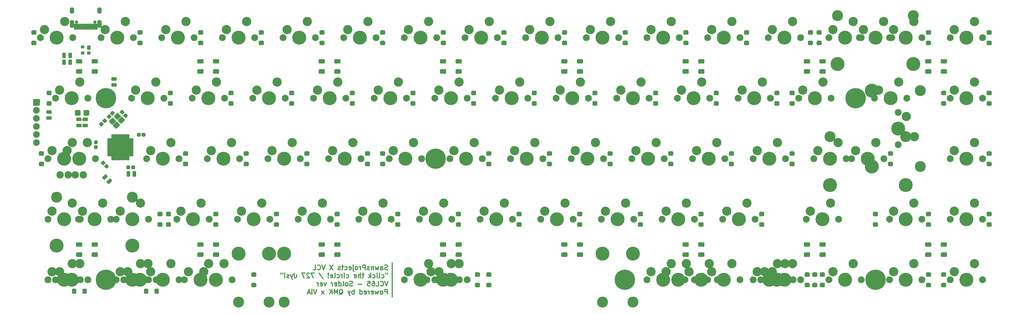
<source format=gbr>
G04 #@! TF.GenerationSoftware,KiCad,Pcbnew,(5.1.10)-1*
G04 #@! TF.CreationDate,2022-02-10T22:02:58+07:00*
G04 #@! TF.ProjectId,uso!VNC,75736f21-564e-4432-9e6b-696361645f70,rev?*
G04 #@! TF.SameCoordinates,Original*
G04 #@! TF.FileFunction,Soldermask,Bot*
G04 #@! TF.FilePolarity,Negative*
%FSLAX46Y46*%
G04 Gerber Fmt 4.6, Leading zero omitted, Abs format (unit mm)*
G04 Created by KiCad (PCBNEW (5.1.10)-1) date 2022-02-10 22:02:58*
%MOMM*%
%LPD*%
G01*
G04 APERTURE LIST*
%ADD10C,0.300000*%
%ADD11C,2.900000*%
%ADD12C,4.387800*%
%ADD13C,2.150000*%
%ADD14C,2.100000*%
%ADD15C,3.448000*%
%ADD16C,2.305000*%
%ADD17C,1.050000*%
%ADD18O,1.400000X2.500000*%
%ADD19O,1.400000X2.000000*%
%ADD20C,6.400000*%
%ADD21C,1.400000*%
G04 APERTURE END LIST*
D10*
X161071245Y-111082430D02*
X160856960Y-111153859D01*
X160499817Y-111153859D01*
X160356960Y-111082430D01*
X160285531Y-111011002D01*
X160214102Y-110868145D01*
X160214102Y-110725288D01*
X160285531Y-110582430D01*
X160356960Y-110511002D01*
X160499817Y-110439573D01*
X160785531Y-110368145D01*
X160928388Y-110296716D01*
X160999817Y-110225288D01*
X161071245Y-110082430D01*
X161071245Y-109939573D01*
X160999817Y-109796716D01*
X160928388Y-109725288D01*
X160785531Y-109653859D01*
X160428388Y-109653859D01*
X160214102Y-109725288D01*
X158928388Y-111153859D02*
X158928388Y-110368145D01*
X158999817Y-110225288D01*
X159142674Y-110153859D01*
X159428388Y-110153859D01*
X159571245Y-110225288D01*
X158928388Y-111082430D02*
X159071245Y-111153859D01*
X159428388Y-111153859D01*
X159571245Y-111082430D01*
X159642674Y-110939573D01*
X159642674Y-110796716D01*
X159571245Y-110653859D01*
X159428388Y-110582430D01*
X159071245Y-110582430D01*
X158928388Y-110511002D01*
X158356960Y-110153859D02*
X158071245Y-111153859D01*
X157785531Y-110439573D01*
X157499817Y-111153859D01*
X157214102Y-110153859D01*
X156642674Y-110153859D02*
X156642674Y-111153859D01*
X156642674Y-110296716D02*
X156571245Y-110225288D01*
X156428388Y-110153859D01*
X156214102Y-110153859D01*
X156071245Y-110225288D01*
X155999817Y-110368145D01*
X155999817Y-111153859D01*
X155356960Y-111082430D02*
X155214102Y-111153859D01*
X154928388Y-111153859D01*
X154785531Y-111082430D01*
X154714102Y-110939573D01*
X154714102Y-110868145D01*
X154785531Y-110725288D01*
X154928388Y-110653859D01*
X155142674Y-110653859D01*
X155285531Y-110582430D01*
X155356960Y-110439573D01*
X155356960Y-110368145D01*
X155285531Y-110225288D01*
X155142674Y-110153859D01*
X154928388Y-110153859D01*
X154785531Y-110225288D01*
X154071245Y-111153859D02*
X154071245Y-109653859D01*
X153499817Y-109653859D01*
X153356960Y-109725288D01*
X153285531Y-109796716D01*
X153214102Y-109939573D01*
X153214102Y-110153859D01*
X153285531Y-110296716D01*
X153356960Y-110368145D01*
X153499817Y-110439573D01*
X154071245Y-110439573D01*
X152571245Y-111153859D02*
X152571245Y-110153859D01*
X152571245Y-110439573D02*
X152499817Y-110296716D01*
X152428388Y-110225288D01*
X152285531Y-110153859D01*
X152142674Y-110153859D01*
X151428388Y-111153859D02*
X151571245Y-111082430D01*
X151642674Y-111011002D01*
X151714102Y-110868145D01*
X151714102Y-110439573D01*
X151642674Y-110296716D01*
X151571245Y-110225288D01*
X151428388Y-110153859D01*
X151214102Y-110153859D01*
X151071245Y-110225288D01*
X150999817Y-110296716D01*
X150928388Y-110439573D01*
X150928388Y-110868145D01*
X150999817Y-111011002D01*
X151071245Y-111082430D01*
X151214102Y-111153859D01*
X151428388Y-111153859D01*
X150285531Y-110153859D02*
X150285531Y-111439573D01*
X150356960Y-111582430D01*
X150499817Y-111653859D01*
X150571245Y-111653859D01*
X150285531Y-109653859D02*
X150356960Y-109725288D01*
X150285531Y-109796716D01*
X150214102Y-109725288D01*
X150285531Y-109653859D01*
X150285531Y-109796716D01*
X148999817Y-111082430D02*
X149142674Y-111153859D01*
X149428388Y-111153859D01*
X149571245Y-111082430D01*
X149642674Y-110939573D01*
X149642674Y-110368145D01*
X149571245Y-110225288D01*
X149428388Y-110153859D01*
X149142674Y-110153859D01*
X148999817Y-110225288D01*
X148928388Y-110368145D01*
X148928388Y-110511002D01*
X149642674Y-110653859D01*
X147642674Y-111082430D02*
X147785531Y-111153859D01*
X148071245Y-111153859D01*
X148214102Y-111082430D01*
X148285531Y-111011002D01*
X148356960Y-110868145D01*
X148356960Y-110439573D01*
X148285531Y-110296716D01*
X148214102Y-110225288D01*
X148071245Y-110153859D01*
X147785531Y-110153859D01*
X147642674Y-110225288D01*
X147214102Y-110153859D02*
X146642674Y-110153859D01*
X146999817Y-109653859D02*
X146999817Y-110939573D01*
X146928388Y-111082430D01*
X146785531Y-111153859D01*
X146642674Y-111153859D01*
X146214102Y-111082430D02*
X146071245Y-111153859D01*
X145785531Y-111153859D01*
X145642674Y-111082430D01*
X145571245Y-110939573D01*
X145571245Y-110868145D01*
X145642674Y-110725288D01*
X145785531Y-110653859D01*
X145999817Y-110653859D01*
X146142674Y-110582430D01*
X146214102Y-110439573D01*
X146214102Y-110368145D01*
X146142674Y-110225288D01*
X145999817Y-110153859D01*
X145785531Y-110153859D01*
X145642674Y-110225288D01*
X143928388Y-109653859D02*
X142928388Y-111153859D01*
X142928388Y-109653859D02*
X143928388Y-111153859D01*
X141428388Y-109653859D02*
X140928388Y-111153859D01*
X140428388Y-109653859D01*
X139071245Y-111011002D02*
X139142674Y-111082430D01*
X139356960Y-111153859D01*
X139499817Y-111153859D01*
X139714102Y-111082430D01*
X139856960Y-110939573D01*
X139928388Y-110796716D01*
X139999817Y-110511002D01*
X139999817Y-110296716D01*
X139928388Y-110011002D01*
X139856960Y-109868145D01*
X139714102Y-109725288D01*
X139499817Y-109653859D01*
X139356960Y-109653859D01*
X139142674Y-109725288D01*
X139071245Y-109796716D01*
X137714102Y-111153859D02*
X138428388Y-111153859D01*
X138428388Y-109653859D01*
X161071245Y-112203859D02*
X161071245Y-112489573D01*
X160499817Y-112203859D02*
X160499817Y-112489573D01*
X159214102Y-113632430D02*
X159356960Y-113703859D01*
X159642674Y-113703859D01*
X159785531Y-113632430D01*
X159856960Y-113561002D01*
X159928388Y-113418145D01*
X159928388Y-112989573D01*
X159856960Y-112846716D01*
X159785531Y-112775288D01*
X159642674Y-112703859D01*
X159356960Y-112703859D01*
X159214102Y-112775288D01*
X158356960Y-113703859D02*
X158499817Y-113632430D01*
X158571245Y-113489573D01*
X158571245Y-112203859D01*
X157785531Y-113703859D02*
X157785531Y-112703859D01*
X157785531Y-112203859D02*
X157856960Y-112275288D01*
X157785531Y-112346716D01*
X157714102Y-112275288D01*
X157785531Y-112203859D01*
X157785531Y-112346716D01*
X156428388Y-113632430D02*
X156571245Y-113703859D01*
X156856960Y-113703859D01*
X156999817Y-113632430D01*
X157071245Y-113561002D01*
X157142674Y-113418145D01*
X157142674Y-112989573D01*
X157071245Y-112846716D01*
X156999817Y-112775288D01*
X156856960Y-112703859D01*
X156571245Y-112703859D01*
X156428388Y-112775288D01*
X155785531Y-113703859D02*
X155785531Y-112203859D01*
X155642674Y-113132430D02*
X155214102Y-113703859D01*
X155214102Y-112703859D02*
X155785531Y-113275288D01*
X153642674Y-112703859D02*
X153071245Y-112703859D01*
X153428388Y-112203859D02*
X153428388Y-113489573D01*
X153356960Y-113632430D01*
X153214102Y-113703859D01*
X153071245Y-113703859D01*
X152571245Y-113703859D02*
X152571245Y-112203859D01*
X151928388Y-113703859D02*
X151928388Y-112918145D01*
X151999817Y-112775288D01*
X152142674Y-112703859D01*
X152356960Y-112703859D01*
X152499817Y-112775288D01*
X152571245Y-112846716D01*
X150642674Y-113632430D02*
X150785531Y-113703859D01*
X151071245Y-113703859D01*
X151214102Y-113632430D01*
X151285531Y-113489573D01*
X151285531Y-112918145D01*
X151214102Y-112775288D01*
X151071245Y-112703859D01*
X150785531Y-112703859D01*
X150642674Y-112775288D01*
X150571245Y-112918145D01*
X150571245Y-113061002D01*
X151285531Y-113203859D01*
X148142674Y-113632430D02*
X148285531Y-113703859D01*
X148571245Y-113703859D01*
X148714102Y-113632430D01*
X148785531Y-113561002D01*
X148856960Y-113418145D01*
X148856960Y-112989573D01*
X148785531Y-112846716D01*
X148714102Y-112775288D01*
X148571245Y-112703859D01*
X148285531Y-112703859D01*
X148142674Y-112775288D01*
X147499817Y-113703859D02*
X147499817Y-112703859D01*
X147499817Y-112203859D02*
X147571245Y-112275288D01*
X147499817Y-112346716D01*
X147428388Y-112275288D01*
X147499817Y-112203859D01*
X147499817Y-112346716D01*
X146785531Y-113703859D02*
X146785531Y-112703859D01*
X146785531Y-112989573D02*
X146714102Y-112846716D01*
X146642674Y-112775288D01*
X146499817Y-112703859D01*
X146356960Y-112703859D01*
X145214102Y-113632430D02*
X145356960Y-113703859D01*
X145642674Y-113703859D01*
X145785531Y-113632430D01*
X145856960Y-113561002D01*
X145928388Y-113418145D01*
X145928388Y-112989573D01*
X145856960Y-112846716D01*
X145785531Y-112775288D01*
X145642674Y-112703859D01*
X145356960Y-112703859D01*
X145214102Y-112775288D01*
X144356960Y-113703859D02*
X144499817Y-113632430D01*
X144571245Y-113489573D01*
X144571245Y-112203859D01*
X143214102Y-113632430D02*
X143356960Y-113703859D01*
X143642674Y-113703859D01*
X143785531Y-113632430D01*
X143856960Y-113489573D01*
X143856960Y-112918145D01*
X143785531Y-112775288D01*
X143642674Y-112703859D01*
X143356960Y-112703859D01*
X143214102Y-112775288D01*
X143142674Y-112918145D01*
X143142674Y-113061002D01*
X143856960Y-113203859D01*
X142499817Y-113561002D02*
X142428388Y-113632430D01*
X142499817Y-113703859D01*
X142571245Y-113632430D01*
X142499817Y-113561002D01*
X142499817Y-113703859D01*
X142499817Y-113132430D02*
X142571245Y-112275288D01*
X142499817Y-112203859D01*
X142428388Y-112275288D01*
X142499817Y-113132430D01*
X142499817Y-112203859D01*
X139571245Y-112132430D02*
X140856960Y-114061002D01*
X138071245Y-112203859D02*
X137071245Y-112203859D01*
X137714102Y-113703859D01*
X136571245Y-112346716D02*
X136499817Y-112275288D01*
X136356960Y-112203859D01*
X135999817Y-112203859D01*
X135856960Y-112275288D01*
X135785531Y-112346716D01*
X135714102Y-112489573D01*
X135714102Y-112632430D01*
X135785531Y-112846716D01*
X136642674Y-113703859D01*
X135714102Y-113703859D01*
X135214102Y-112203859D02*
X134214102Y-112203859D01*
X134856960Y-113703859D01*
X131856960Y-112703859D02*
X131856960Y-113703859D01*
X132499817Y-112703859D02*
X132499817Y-113489573D01*
X132428388Y-113632430D01*
X132285531Y-113703859D01*
X132071245Y-113703859D01*
X131928388Y-113632430D01*
X131856960Y-113561002D01*
X131856960Y-112703859D02*
X131714102Y-112632430D01*
X131642674Y-112489573D01*
X131714102Y-112346716D01*
X131785531Y-112275288D01*
X131285531Y-112703859D02*
X130928388Y-113703859D01*
X130571245Y-112703859D02*
X130928388Y-113703859D01*
X131071245Y-114061002D01*
X131142674Y-114132430D01*
X131285531Y-114203859D01*
X130071245Y-113632430D02*
X129928388Y-113703859D01*
X129642674Y-113703859D01*
X129499817Y-113632430D01*
X129428388Y-113489573D01*
X129428388Y-113418145D01*
X129499817Y-113275288D01*
X129642674Y-113203859D01*
X129856960Y-113203859D01*
X129999817Y-113132430D01*
X130071245Y-112989573D01*
X130071245Y-112918145D01*
X129999817Y-112775288D01*
X129856960Y-112703859D01*
X129642674Y-112703859D01*
X129499817Y-112775288D01*
X128785531Y-113703859D02*
X128785531Y-112703859D01*
X128785531Y-112203859D02*
X128856960Y-112275288D01*
X128785531Y-112346716D01*
X128714102Y-112275288D01*
X128785531Y-112203859D01*
X128785531Y-112346716D01*
X128142674Y-112203859D02*
X128142674Y-112489573D01*
X127571245Y-112203859D02*
X127571245Y-112489573D01*
X161214102Y-114753859D02*
X160714102Y-116253859D01*
X160214102Y-114753859D01*
X158856960Y-116111002D02*
X158928388Y-116182430D01*
X159142674Y-116253859D01*
X159285531Y-116253859D01*
X159499817Y-116182430D01*
X159642674Y-116039573D01*
X159714102Y-115896716D01*
X159785531Y-115611002D01*
X159785531Y-115396716D01*
X159714102Y-115111002D01*
X159642674Y-114968145D01*
X159499817Y-114825288D01*
X159285531Y-114753859D01*
X159142674Y-114753859D01*
X158928388Y-114825288D01*
X158856960Y-114896716D01*
X157499817Y-116253859D02*
X158214102Y-116253859D01*
X158214102Y-114753859D01*
X156356960Y-114753859D02*
X156642674Y-114753859D01*
X156785531Y-114825288D01*
X156856960Y-114896716D01*
X156999817Y-115111002D01*
X157071245Y-115396716D01*
X157071245Y-115968145D01*
X156999817Y-116111002D01*
X156928388Y-116182430D01*
X156785531Y-116253859D01*
X156499817Y-116253859D01*
X156356960Y-116182430D01*
X156285531Y-116111002D01*
X156214102Y-115968145D01*
X156214102Y-115611002D01*
X156285531Y-115468145D01*
X156356960Y-115396716D01*
X156499817Y-115325288D01*
X156785531Y-115325288D01*
X156928388Y-115396716D01*
X156999817Y-115468145D01*
X157071245Y-115611002D01*
X154856960Y-114753859D02*
X155571245Y-114753859D01*
X155642674Y-115468145D01*
X155571245Y-115396716D01*
X155428388Y-115325288D01*
X155071245Y-115325288D01*
X154928388Y-115396716D01*
X154856960Y-115468145D01*
X154785531Y-115611002D01*
X154785531Y-115968145D01*
X154856960Y-116111002D01*
X154928388Y-116182430D01*
X155071245Y-116253859D01*
X155428388Y-116253859D01*
X155571245Y-116182430D01*
X155642674Y-116111002D01*
X152999817Y-115682430D02*
X151856960Y-115682430D01*
X150071245Y-116182430D02*
X149856960Y-116253859D01*
X149499817Y-116253859D01*
X149356960Y-116182430D01*
X149285531Y-116111002D01*
X149214102Y-115968145D01*
X149214102Y-115825288D01*
X149285531Y-115682430D01*
X149356960Y-115611002D01*
X149499817Y-115539573D01*
X149785531Y-115468145D01*
X149928388Y-115396716D01*
X149999817Y-115325288D01*
X150071245Y-115182430D01*
X150071245Y-115039573D01*
X149999817Y-114896716D01*
X149928388Y-114825288D01*
X149785531Y-114753859D01*
X149428388Y-114753859D01*
X149214102Y-114825288D01*
X148356960Y-116253859D02*
X148499817Y-116182430D01*
X148571245Y-116111002D01*
X148642674Y-115968145D01*
X148642674Y-115539573D01*
X148571245Y-115396716D01*
X148499817Y-115325288D01*
X148356960Y-115253859D01*
X148142674Y-115253859D01*
X147999817Y-115325288D01*
X147928388Y-115396716D01*
X147856960Y-115539573D01*
X147856960Y-115968145D01*
X147928388Y-116111002D01*
X147999817Y-116182430D01*
X148142674Y-116253859D01*
X148356960Y-116253859D01*
X146999817Y-116253859D02*
X147142674Y-116182430D01*
X147214102Y-116039573D01*
X147214102Y-114753859D01*
X145785531Y-116253859D02*
X145785531Y-114753859D01*
X145785531Y-116182430D02*
X145928388Y-116253859D01*
X146214102Y-116253859D01*
X146356960Y-116182430D01*
X146428388Y-116111002D01*
X146499817Y-115968145D01*
X146499817Y-115539573D01*
X146428388Y-115396716D01*
X146356960Y-115325288D01*
X146214102Y-115253859D01*
X145928388Y-115253859D01*
X145785531Y-115325288D01*
X144499817Y-116182430D02*
X144642674Y-116253859D01*
X144928388Y-116253859D01*
X145071245Y-116182430D01*
X145142674Y-116039573D01*
X145142674Y-115468145D01*
X145071245Y-115325288D01*
X144928388Y-115253859D01*
X144642674Y-115253859D01*
X144499817Y-115325288D01*
X144428388Y-115468145D01*
X144428388Y-115611002D01*
X145142674Y-115753859D01*
X143785531Y-116253859D02*
X143785531Y-115253859D01*
X143785531Y-115539573D02*
X143714102Y-115396716D01*
X143642674Y-115325288D01*
X143499817Y-115253859D01*
X143356960Y-115253859D01*
X141856960Y-115253859D02*
X141499817Y-116253859D01*
X141142674Y-115253859D01*
X139999817Y-116182430D02*
X140142674Y-116253859D01*
X140428388Y-116253859D01*
X140571245Y-116182430D01*
X140642674Y-116039573D01*
X140642674Y-115468145D01*
X140571245Y-115325288D01*
X140428388Y-115253859D01*
X140142674Y-115253859D01*
X139999817Y-115325288D01*
X139928388Y-115468145D01*
X139928388Y-115611002D01*
X140642674Y-115753859D01*
X139285531Y-116253859D02*
X139285531Y-115253859D01*
X139285531Y-115539573D02*
X139214102Y-115396716D01*
X139142674Y-115325288D01*
X138999817Y-115253859D01*
X138856960Y-115253859D01*
X160999817Y-118803859D02*
X160999817Y-117303859D01*
X160428388Y-117303859D01*
X160285531Y-117375288D01*
X160214102Y-117446716D01*
X160142674Y-117589573D01*
X160142674Y-117803859D01*
X160214102Y-117946716D01*
X160285531Y-118018145D01*
X160428388Y-118089573D01*
X160999817Y-118089573D01*
X159285531Y-118803859D02*
X159428388Y-118732430D01*
X159499817Y-118661002D01*
X159571245Y-118518145D01*
X159571245Y-118089573D01*
X159499817Y-117946716D01*
X159428388Y-117875288D01*
X159285531Y-117803859D01*
X159071245Y-117803859D01*
X158928388Y-117875288D01*
X158856960Y-117946716D01*
X158785531Y-118089573D01*
X158785531Y-118518145D01*
X158856960Y-118661002D01*
X158928388Y-118732430D01*
X159071245Y-118803859D01*
X159285531Y-118803859D01*
X158285531Y-117803859D02*
X157999817Y-118803859D01*
X157714102Y-118089573D01*
X157428388Y-118803859D01*
X157142674Y-117803859D01*
X155999817Y-118732430D02*
X156142674Y-118803859D01*
X156428388Y-118803859D01*
X156571245Y-118732430D01*
X156642674Y-118589573D01*
X156642674Y-118018145D01*
X156571245Y-117875288D01*
X156428388Y-117803859D01*
X156142674Y-117803859D01*
X155999817Y-117875288D01*
X155928388Y-118018145D01*
X155928388Y-118161002D01*
X156642674Y-118303859D01*
X155285531Y-118803859D02*
X155285531Y-117803859D01*
X155285531Y-118089573D02*
X155214102Y-117946716D01*
X155142674Y-117875288D01*
X154999817Y-117803859D01*
X154856960Y-117803859D01*
X153785531Y-118732430D02*
X153928388Y-118803859D01*
X154214102Y-118803859D01*
X154356960Y-118732430D01*
X154428388Y-118589573D01*
X154428388Y-118018145D01*
X154356960Y-117875288D01*
X154214102Y-117803859D01*
X153928388Y-117803859D01*
X153785531Y-117875288D01*
X153714102Y-118018145D01*
X153714102Y-118161002D01*
X154428388Y-118303859D01*
X152428388Y-118803859D02*
X152428388Y-117303859D01*
X152428388Y-118732430D02*
X152571245Y-118803859D01*
X152856960Y-118803859D01*
X152999817Y-118732430D01*
X153071245Y-118661002D01*
X153142674Y-118518145D01*
X153142674Y-118089573D01*
X153071245Y-117946716D01*
X152999817Y-117875288D01*
X152856960Y-117803859D01*
X152571245Y-117803859D01*
X152428388Y-117875288D01*
X150571245Y-118803859D02*
X150571245Y-117303859D01*
X150571245Y-117875288D02*
X150428388Y-117803859D01*
X150142674Y-117803859D01*
X149999817Y-117875288D01*
X149928388Y-117946716D01*
X149856960Y-118089573D01*
X149856960Y-118518145D01*
X149928388Y-118661002D01*
X149999817Y-118732430D01*
X150142674Y-118803859D01*
X150428388Y-118803859D01*
X150571245Y-118732430D01*
X149356960Y-117803859D02*
X148999817Y-118803859D01*
X148642674Y-117803859D02*
X148999817Y-118803859D01*
X149142674Y-119161002D01*
X149214102Y-119232430D01*
X149356960Y-119303859D01*
X145928388Y-118946716D02*
X146071245Y-118875288D01*
X146214102Y-118732430D01*
X146428388Y-118518145D01*
X146571245Y-118446716D01*
X146714102Y-118446716D01*
X146642674Y-118803859D02*
X146785531Y-118732430D01*
X146928388Y-118589573D01*
X146999817Y-118303859D01*
X146999817Y-117803859D01*
X146928388Y-117518145D01*
X146785531Y-117375288D01*
X146642674Y-117303859D01*
X146356960Y-117303859D01*
X146214102Y-117375288D01*
X146071245Y-117518145D01*
X145999817Y-117803859D01*
X145999817Y-118303859D01*
X146071245Y-118589573D01*
X146214102Y-118732430D01*
X146356960Y-118803859D01*
X146642674Y-118803859D01*
X145356960Y-118803859D02*
X145356960Y-117303859D01*
X144856960Y-118375288D01*
X144356960Y-117303859D01*
X144356960Y-118803859D01*
X143642674Y-118803859D02*
X143642674Y-117303859D01*
X142785531Y-118803859D02*
X143428388Y-117946716D01*
X142785531Y-117303859D02*
X143642674Y-118161002D01*
X141142674Y-118803859D02*
X140356960Y-117803859D01*
X141142674Y-117803859D02*
X140356960Y-118803859D01*
X138856960Y-117303859D02*
X138356960Y-118803859D01*
X137856960Y-117303859D01*
X137356960Y-118803859D02*
X137356960Y-117303859D01*
X136714102Y-118375288D02*
X135999817Y-118375288D01*
X136856960Y-118803859D02*
X136356960Y-117303859D01*
X135856960Y-118803859D01*
X162520722Y-108942462D02*
X162520722Y-119658114D01*
G36*
G01*
X62881940Y-62309128D02*
X62881940Y-61207272D01*
G75*
G02*
X63206012Y-60883200I324072J0D01*
G01*
X64357868Y-60883200D01*
G75*
G02*
X64681940Y-61207272I0J-324072D01*
G01*
X64681940Y-62309128D01*
G75*
G02*
X64357868Y-62633200I-324072J0D01*
G01*
X63206012Y-62633200D01*
G75*
G02*
X62881940Y-62309128I0J324072D01*
G01*
G37*
G36*
G01*
X65581940Y-62309128D02*
X65581940Y-61207272D01*
G75*
G02*
X65906012Y-60883200I324072J0D01*
G01*
X67057868Y-60883200D01*
G75*
G02*
X67381940Y-61207272I0J-324072D01*
G01*
X67381940Y-62309128D01*
G75*
G02*
X67057868Y-62633200I-324072J0D01*
G01*
X65906012Y-62633200D01*
G75*
G02*
X65581940Y-62309128I0J324072D01*
G01*
G37*
D11*
X83502500Y-90170000D03*
D12*
X80962500Y-95250000D03*
D11*
X77152500Y-92710000D03*
D13*
X75882500Y-95250000D03*
X86042500Y-95250000D03*
D11*
X62071250Y-90170000D03*
D12*
X59531250Y-95250000D03*
D11*
X55721250Y-92710000D03*
D13*
X54451250Y-95250000D03*
X64611250Y-95250000D03*
G36*
G01*
X92723980Y-97600560D02*
X91823980Y-97600560D01*
G75*
G02*
X91473980Y-97250560I0J350000D01*
G01*
X91473980Y-96550560D01*
G75*
G02*
X91823980Y-96200560I350000J0D01*
G01*
X92723980Y-96200560D01*
G75*
G02*
X93073980Y-96550560I0J-350000D01*
G01*
X93073980Y-97250560D01*
G75*
G02*
X92723980Y-97600560I-350000J0D01*
G01*
G37*
G36*
G01*
X92723980Y-94300560D02*
X91823980Y-94300560D01*
G75*
G02*
X91473980Y-93950560I0J350000D01*
G01*
X91473980Y-93250560D01*
G75*
G02*
X91823980Y-92900560I350000J0D01*
G01*
X92723980Y-92900560D01*
G75*
G02*
X93073980Y-93250560I0J-350000D01*
G01*
X93073980Y-93950560D01*
G75*
G02*
X92723980Y-94300560I-350000J0D01*
G01*
G37*
D14*
X50800000Y-66040000D03*
X50800000Y-63500000D03*
X50800000Y-71120000D03*
X50800000Y-68580000D03*
X50800000Y-60960000D03*
G36*
G01*
X51650000Y-59470000D02*
X49950000Y-59470000D01*
G75*
G02*
X49750000Y-59270000I0J200000D01*
G01*
X49750000Y-57570000D01*
G75*
G02*
X49950000Y-57370000I200000J0D01*
G01*
X51650000Y-57370000D01*
G75*
G02*
X51850000Y-57570000I0J-200000D01*
G01*
X51850000Y-59270000D01*
G75*
G02*
X51650000Y-59470000I-200000J0D01*
G01*
G37*
D13*
X286068680Y-114300640D03*
X275908680Y-114300640D03*
D11*
X277178680Y-111760640D03*
D12*
X280988680Y-114300640D03*
D11*
X283528680Y-109220640D03*
G36*
G01*
X119513000Y-116650480D02*
X118613000Y-116650480D01*
G75*
G02*
X118263000Y-116300480I0J350000D01*
G01*
X118263000Y-115600480D01*
G75*
G02*
X118613000Y-115250480I350000J0D01*
G01*
X119513000Y-115250480D01*
G75*
G02*
X119863000Y-115600480I0J-350000D01*
G01*
X119863000Y-116300480D01*
G75*
G02*
X119513000Y-116650480I-350000J0D01*
G01*
G37*
G36*
G01*
X119513000Y-113350480D02*
X118613000Y-113350480D01*
G75*
G02*
X118263000Y-113000480I0J350000D01*
G01*
X118263000Y-112300480D01*
G75*
G02*
X118613000Y-111950480I350000J0D01*
G01*
X119513000Y-111950480D01*
G75*
G02*
X119863000Y-112300480I0J-350000D01*
G01*
X119863000Y-113000480D01*
G75*
G02*
X119513000Y-113350480I-350000J0D01*
G01*
G37*
D13*
X257493560Y-114300640D03*
X247333560Y-114300640D03*
D11*
X248603560Y-111760640D03*
D12*
X252413560Y-114300640D03*
D11*
X254953560Y-109220640D03*
D13*
X288449940Y-114300560D03*
X278289940Y-114300560D03*
D11*
X279559940Y-111760560D03*
D12*
X283369940Y-114300560D03*
D11*
X285909940Y-109220560D03*
X262097010Y-109220560D03*
D12*
X259557010Y-114300560D03*
D11*
X255747010Y-111760560D03*
D13*
X254477010Y-114300560D03*
X264637010Y-114300560D03*
D12*
X228600720Y-106045640D03*
X114300720Y-106045640D03*
D15*
X228600720Y-121285640D03*
X114300720Y-121285640D03*
D13*
X176530720Y-114300640D03*
X166370720Y-114300640D03*
D11*
X167640720Y-111760640D03*
D12*
X171450720Y-114300640D03*
D11*
X173990720Y-109220640D03*
D12*
X238125760Y-106045560D03*
X123825760Y-106045560D03*
D15*
X238125760Y-121285560D03*
X123825760Y-121285560D03*
D13*
X186055760Y-114300560D03*
X175895760Y-114300560D03*
D11*
X177165760Y-111760560D03*
D12*
X180975760Y-114300560D03*
D11*
X183515760Y-109220560D03*
D13*
X107474180Y-114300560D03*
X97314180Y-114300560D03*
D11*
X98584180Y-111760560D03*
D12*
X102394180Y-114300560D03*
D11*
X104934180Y-109220560D03*
D13*
X86042840Y-114300560D03*
X75882840Y-114300560D03*
D11*
X77152840Y-111760560D03*
D12*
X80962840Y-114300560D03*
D11*
X83502840Y-109220560D03*
D13*
X95567880Y-114300640D03*
X85407880Y-114300640D03*
D11*
X86677880Y-111760640D03*
D12*
X90487880Y-114300640D03*
D11*
X93027880Y-109220640D03*
D13*
X66992760Y-114300640D03*
X56832760Y-114300640D03*
D11*
X58102760Y-111760640D03*
D12*
X61912760Y-114300640D03*
D11*
X64452760Y-109220640D03*
D16*
X65563750Y-81280000D03*
X63023750Y-81280000D03*
X58261250Y-81280320D03*
X60801250Y-81280320D03*
G36*
G01*
X72823223Y-83342462D02*
X73742462Y-82423223D01*
G75*
G02*
X74025304Y-82423223I141421J-141421D01*
G01*
X74520279Y-82918198D01*
G75*
G02*
X74520279Y-83201040I-141421J-141421D01*
G01*
X73601040Y-84120279D01*
G75*
G02*
X73318198Y-84120279I-141421J141421D01*
G01*
X72823223Y-83625304D01*
G75*
G02*
X72823223Y-83342462I141421J141421D01*
G01*
G37*
G36*
G01*
X71479721Y-81998960D02*
X72398960Y-81079721D01*
G75*
G02*
X72681802Y-81079721I141421J-141421D01*
G01*
X73176777Y-81574696D01*
G75*
G02*
X73176777Y-81857538I-141421J-141421D01*
G01*
X72257538Y-82776777D01*
G75*
G02*
X71974696Y-82776777I-141421J141421D01*
G01*
X71479721Y-82281802D01*
G75*
G02*
X71479721Y-81998960I141421J141421D01*
G01*
G37*
G36*
G01*
X101375440Y-106876320D02*
X101375440Y-105876320D01*
G75*
G02*
X101575440Y-105676320I200000J0D01*
G01*
X103075440Y-105676320D01*
G75*
G02*
X103275440Y-105876320I0J-200000D01*
G01*
X103275440Y-106876320D01*
G75*
G02*
X103075440Y-107076320I-200000J0D01*
G01*
X101575440Y-107076320D01*
G75*
G02*
X101375440Y-106876320I0J200000D01*
G01*
G37*
G36*
G01*
X101375440Y-103676320D02*
X101375440Y-102676320D01*
G75*
G02*
X101575440Y-102476320I200000J0D01*
G01*
X103075440Y-102476320D01*
G75*
G02*
X103275440Y-102676320I0J-200000D01*
G01*
X103275440Y-103676320D01*
G75*
G02*
X103075440Y-103876320I-200000J0D01*
G01*
X101575440Y-103876320D01*
G75*
G02*
X101375440Y-103676320I0J200000D01*
G01*
G37*
G36*
G01*
X106275440Y-106876320D02*
X106275440Y-105876320D01*
G75*
G02*
X106475440Y-105676320I200000J0D01*
G01*
X107975440Y-105676320D01*
G75*
G02*
X108175440Y-105876320I0J-200000D01*
G01*
X108175440Y-106876320D01*
G75*
G02*
X107975440Y-107076320I-200000J0D01*
G01*
X106475440Y-107076320D01*
G75*
G02*
X106275440Y-106876320I0J200000D01*
G01*
G37*
G36*
G01*
X106275440Y-103676320D02*
X106275440Y-102676320D01*
G75*
G02*
X106475440Y-102476320I200000J0D01*
G01*
X107975440Y-102476320D01*
G75*
G02*
X108175440Y-102676320I0J-200000D01*
G01*
X108175440Y-103676320D01*
G75*
G02*
X107975440Y-103876320I-200000J0D01*
G01*
X106475440Y-103876320D01*
G75*
G02*
X106275440Y-103676320I0J200000D01*
G01*
G37*
D11*
X297815000Y-52070000D03*
D12*
X295275000Y-57150000D03*
D11*
X291465000Y-54610000D03*
D13*
X290195000Y-57150000D03*
X300355000Y-57150000D03*
D11*
X326390000Y-90170000D03*
D12*
X323850000Y-95250000D03*
D11*
X320040000Y-92710000D03*
D13*
X318770000Y-95250000D03*
X328930000Y-95250000D03*
D11*
X314483750Y-71120000D03*
D12*
X311943750Y-76200000D03*
D11*
X308133750Y-73660000D03*
D13*
X306863750Y-76200000D03*
X317023750Y-76200000D03*
D15*
X300037500Y-69215000D03*
X323850000Y-69215000D03*
D12*
X300037500Y-84455000D03*
X323850000Y-84455000D03*
D11*
X274002500Y-90170000D03*
D12*
X271462500Y-95250000D03*
D11*
X267652500Y-92710000D03*
D13*
X266382500Y-95250000D03*
X276542500Y-95250000D03*
D11*
X283527500Y-71120000D03*
D12*
X280987500Y-76200000D03*
D11*
X277177500Y-73660000D03*
D13*
X275907500Y-76200000D03*
X286067500Y-76200000D03*
D11*
X300196250Y-90170000D03*
D12*
X297656250Y-95250000D03*
D11*
X293846250Y-92710000D03*
D13*
X292576250Y-95250000D03*
X302736250Y-95250000D03*
G36*
G01*
X66944000Y-40499400D02*
X67644000Y-40499400D01*
G75*
G02*
X67844000Y-40699400I0J-200000D01*
G01*
X67844000Y-41699400D01*
G75*
G02*
X67644000Y-41899400I-200000J0D01*
G01*
X66944000Y-41899400D01*
G75*
G02*
X66744000Y-41699400I0J200000D01*
G01*
X66744000Y-40699400D01*
G75*
G02*
X66944000Y-40499400I200000J0D01*
G01*
G37*
G36*
G01*
X64944000Y-40499400D02*
X65644000Y-40499400D01*
G75*
G02*
X65844000Y-40699400I0J-200000D01*
G01*
X65844000Y-41299400D01*
G75*
G02*
X65644000Y-41499400I-200000J0D01*
G01*
X64944000Y-41499400D01*
G75*
G02*
X64744000Y-41299400I0J200000D01*
G01*
X64744000Y-40699400D01*
G75*
G02*
X64944000Y-40499400I200000J0D01*
G01*
G37*
G36*
G01*
X66944000Y-42399400D02*
X67644000Y-42399400D01*
G75*
G02*
X67844000Y-42599400I0J-200000D01*
G01*
X67844000Y-43199400D01*
G75*
G02*
X67644000Y-43399400I-200000J0D01*
G01*
X66944000Y-43399400D01*
G75*
G02*
X66744000Y-43199400I0J200000D01*
G01*
X66744000Y-42599400D01*
G75*
G02*
X66944000Y-42399400I200000J0D01*
G01*
G37*
G36*
G01*
X64944000Y-42399400D02*
X65644000Y-42399400D01*
G75*
G02*
X65844000Y-42599400I0J-200000D01*
G01*
X65844000Y-43199400D01*
G75*
G02*
X65644000Y-43399400I-200000J0D01*
G01*
X64944000Y-43399400D01*
G75*
G02*
X64744000Y-43199400I0J200000D01*
G01*
X64744000Y-42599400D01*
G75*
G02*
X64944000Y-42399400I200000J0D01*
G01*
G37*
G36*
G01*
X63275280Y-106876320D02*
X63275280Y-105876320D01*
G75*
G02*
X63475280Y-105676320I200000J0D01*
G01*
X64975280Y-105676320D01*
G75*
G02*
X65175280Y-105876320I0J-200000D01*
G01*
X65175280Y-106876320D01*
G75*
G02*
X64975280Y-107076320I-200000J0D01*
G01*
X63475280Y-107076320D01*
G75*
G02*
X63275280Y-106876320I0J200000D01*
G01*
G37*
G36*
G01*
X63275280Y-103676320D02*
X63275280Y-102676320D01*
G75*
G02*
X63475280Y-102476320I200000J0D01*
G01*
X64975280Y-102476320D01*
G75*
G02*
X65175280Y-102676320I0J-200000D01*
G01*
X65175280Y-103676320D01*
G75*
G02*
X64975280Y-103876320I-200000J0D01*
G01*
X63475280Y-103876320D01*
G75*
G02*
X63275280Y-103676320I0J200000D01*
G01*
G37*
G36*
G01*
X68175280Y-106876320D02*
X68175280Y-105876320D01*
G75*
G02*
X68375280Y-105676320I200000J0D01*
G01*
X69875280Y-105676320D01*
G75*
G02*
X70075280Y-105876320I0J-200000D01*
G01*
X70075280Y-106876320D01*
G75*
G02*
X69875280Y-107076320I-200000J0D01*
G01*
X68375280Y-107076320D01*
G75*
G02*
X68175280Y-106876320I0J200000D01*
G01*
G37*
G36*
G01*
X68175280Y-103676320D02*
X68175280Y-102676320D01*
G75*
G02*
X68375280Y-102476320I200000J0D01*
G01*
X69875280Y-102476320D01*
G75*
G02*
X70075280Y-102676320I0J-200000D01*
G01*
X70075280Y-103676320D01*
G75*
G02*
X69875280Y-103876320I-200000J0D01*
G01*
X68375280Y-103876320D01*
G75*
G02*
X68175280Y-103676320I0J200000D01*
G01*
G37*
G36*
G01*
X298676240Y-45025600D02*
X298676240Y-46025600D01*
G75*
G02*
X298476240Y-46225600I-200000J0D01*
G01*
X296976240Y-46225600D01*
G75*
G02*
X296776240Y-46025600I0J200000D01*
G01*
X296776240Y-45025600D01*
G75*
G02*
X296976240Y-44825600I200000J0D01*
G01*
X298476240Y-44825600D01*
G75*
G02*
X298676240Y-45025600I0J-200000D01*
G01*
G37*
G36*
G01*
X298676240Y-48225600D02*
X298676240Y-49225600D01*
G75*
G02*
X298476240Y-49425600I-200000J0D01*
G01*
X296976240Y-49425600D01*
G75*
G02*
X296776240Y-49225600I0J200000D01*
G01*
X296776240Y-48225600D01*
G75*
G02*
X296976240Y-48025600I200000J0D01*
G01*
X298476240Y-48025600D01*
G75*
G02*
X298676240Y-48225600I0J-200000D01*
G01*
G37*
G36*
G01*
X293776240Y-45025600D02*
X293776240Y-46025600D01*
G75*
G02*
X293576240Y-46225600I-200000J0D01*
G01*
X292076240Y-46225600D01*
G75*
G02*
X291876240Y-46025600I0J200000D01*
G01*
X291876240Y-45025600D01*
G75*
G02*
X292076240Y-44825600I200000J0D01*
G01*
X293576240Y-44825600D01*
G75*
G02*
X293776240Y-45025600I0J-200000D01*
G01*
G37*
G36*
G01*
X293776240Y-48225600D02*
X293776240Y-49225600D01*
G75*
G02*
X293576240Y-49425600I-200000J0D01*
G01*
X292076240Y-49425600D01*
G75*
G02*
X291876240Y-49225600I0J200000D01*
G01*
X291876240Y-48225600D01*
G75*
G02*
X292076240Y-48025600I200000J0D01*
G01*
X293576240Y-48025600D01*
G75*
G02*
X293776240Y-48225600I0J-200000D01*
G01*
G37*
G36*
G01*
X336776400Y-45025600D02*
X336776400Y-46025600D01*
G75*
G02*
X336576400Y-46225600I-200000J0D01*
G01*
X335076400Y-46225600D01*
G75*
G02*
X334876400Y-46025600I0J200000D01*
G01*
X334876400Y-45025600D01*
G75*
G02*
X335076400Y-44825600I200000J0D01*
G01*
X336576400Y-44825600D01*
G75*
G02*
X336776400Y-45025600I0J-200000D01*
G01*
G37*
G36*
G01*
X336776400Y-48225600D02*
X336776400Y-49225600D01*
G75*
G02*
X336576400Y-49425600I-200000J0D01*
G01*
X335076400Y-49425600D01*
G75*
G02*
X334876400Y-49225600I0J200000D01*
G01*
X334876400Y-48225600D01*
G75*
G02*
X335076400Y-48025600I200000J0D01*
G01*
X336576400Y-48025600D01*
G75*
G02*
X336776400Y-48225600I0J-200000D01*
G01*
G37*
G36*
G01*
X331876400Y-45025600D02*
X331876400Y-46025600D01*
G75*
G02*
X331676400Y-46225600I-200000J0D01*
G01*
X330176400Y-46225600D01*
G75*
G02*
X329976400Y-46025600I0J200000D01*
G01*
X329976400Y-45025600D01*
G75*
G02*
X330176400Y-44825600I200000J0D01*
G01*
X331676400Y-44825600D01*
G75*
G02*
X331876400Y-45025600I0J-200000D01*
G01*
G37*
G36*
G01*
X331876400Y-48225600D02*
X331876400Y-49225600D01*
G75*
G02*
X331676400Y-49425600I-200000J0D01*
G01*
X330176400Y-49425600D01*
G75*
G02*
X329976400Y-49225600I0J200000D01*
G01*
X329976400Y-48225600D01*
G75*
G02*
X330176400Y-48025600I200000J0D01*
G01*
X331676400Y-48025600D01*
G75*
G02*
X331876400Y-48225600I0J-200000D01*
G01*
G37*
G36*
G01*
X70075280Y-45025600D02*
X70075280Y-46025600D01*
G75*
G02*
X69875280Y-46225600I-200000J0D01*
G01*
X68375280Y-46225600D01*
G75*
G02*
X68175280Y-46025600I0J200000D01*
G01*
X68175280Y-45025600D01*
G75*
G02*
X68375280Y-44825600I200000J0D01*
G01*
X69875280Y-44825600D01*
G75*
G02*
X70075280Y-45025600I0J-200000D01*
G01*
G37*
G36*
G01*
X70075280Y-48225600D02*
X70075280Y-49225600D01*
G75*
G02*
X69875280Y-49425600I-200000J0D01*
G01*
X68375280Y-49425600D01*
G75*
G02*
X68175280Y-49225600I0J200000D01*
G01*
X68175280Y-48225600D01*
G75*
G02*
X68375280Y-48025600I200000J0D01*
G01*
X69875280Y-48025600D01*
G75*
G02*
X70075280Y-48225600I0J-200000D01*
G01*
G37*
G36*
G01*
X65175280Y-45025600D02*
X65175280Y-46025600D01*
G75*
G02*
X64975280Y-46225600I-200000J0D01*
G01*
X63475280Y-46225600D01*
G75*
G02*
X63275280Y-46025600I0J200000D01*
G01*
X63275280Y-45025600D01*
G75*
G02*
X63475280Y-44825600I200000J0D01*
G01*
X64975280Y-44825600D01*
G75*
G02*
X65175280Y-45025600I0J-200000D01*
G01*
G37*
G36*
G01*
X65175280Y-48225600D02*
X65175280Y-49225600D01*
G75*
G02*
X64975280Y-49425600I-200000J0D01*
G01*
X63475280Y-49425600D01*
G75*
G02*
X63275280Y-49225600I0J200000D01*
G01*
X63275280Y-48225600D01*
G75*
G02*
X63475280Y-48025600I200000J0D01*
G01*
X64975280Y-48025600D01*
G75*
G02*
X65175280Y-48225600I0J-200000D01*
G01*
G37*
G36*
G01*
X291876240Y-106876320D02*
X291876240Y-105876320D01*
G75*
G02*
X292076240Y-105676320I200000J0D01*
G01*
X293576240Y-105676320D01*
G75*
G02*
X293776240Y-105876320I0J-200000D01*
G01*
X293776240Y-106876320D01*
G75*
G02*
X293576240Y-107076320I-200000J0D01*
G01*
X292076240Y-107076320D01*
G75*
G02*
X291876240Y-106876320I0J200000D01*
G01*
G37*
G36*
G01*
X291876240Y-103676320D02*
X291876240Y-102676320D01*
G75*
G02*
X292076240Y-102476320I200000J0D01*
G01*
X293576240Y-102476320D01*
G75*
G02*
X293776240Y-102676320I0J-200000D01*
G01*
X293776240Y-103676320D01*
G75*
G02*
X293576240Y-103876320I-200000J0D01*
G01*
X292076240Y-103876320D01*
G75*
G02*
X291876240Y-103676320I0J200000D01*
G01*
G37*
G36*
G01*
X296776240Y-106876320D02*
X296776240Y-105876320D01*
G75*
G02*
X296976240Y-105676320I200000J0D01*
G01*
X298476240Y-105676320D01*
G75*
G02*
X298676240Y-105876320I0J-200000D01*
G01*
X298676240Y-106876320D01*
G75*
G02*
X298476240Y-107076320I-200000J0D01*
G01*
X296976240Y-107076320D01*
G75*
G02*
X296776240Y-106876320I0J200000D01*
G01*
G37*
G36*
G01*
X296776240Y-103676320D02*
X296776240Y-102676320D01*
G75*
G02*
X296976240Y-102476320I200000J0D01*
G01*
X298476240Y-102476320D01*
G75*
G02*
X298676240Y-102676320I0J-200000D01*
G01*
X298676240Y-103676320D01*
G75*
G02*
X298476240Y-103876320I-200000J0D01*
G01*
X296976240Y-103876320D01*
G75*
G02*
X296776240Y-103676320I0J200000D01*
G01*
G37*
G36*
G01*
X108175440Y-45025600D02*
X108175440Y-46025600D01*
G75*
G02*
X107975440Y-46225600I-200000J0D01*
G01*
X106475440Y-46225600D01*
G75*
G02*
X106275440Y-46025600I0J200000D01*
G01*
X106275440Y-45025600D01*
G75*
G02*
X106475440Y-44825600I200000J0D01*
G01*
X107975440Y-44825600D01*
G75*
G02*
X108175440Y-45025600I0J-200000D01*
G01*
G37*
G36*
G01*
X108175440Y-48225600D02*
X108175440Y-49225600D01*
G75*
G02*
X107975440Y-49425600I-200000J0D01*
G01*
X106475440Y-49425600D01*
G75*
G02*
X106275440Y-49225600I0J200000D01*
G01*
X106275440Y-48225600D01*
G75*
G02*
X106475440Y-48025600I200000J0D01*
G01*
X107975440Y-48025600D01*
G75*
G02*
X108175440Y-48225600I0J-200000D01*
G01*
G37*
G36*
G01*
X103275440Y-45025600D02*
X103275440Y-46025600D01*
G75*
G02*
X103075440Y-46225600I-200000J0D01*
G01*
X101575440Y-46225600D01*
G75*
G02*
X101375440Y-46025600I0J200000D01*
G01*
X101375440Y-45025600D01*
G75*
G02*
X101575440Y-44825600I200000J0D01*
G01*
X103075440Y-44825600D01*
G75*
G02*
X103275440Y-45025600I0J-200000D01*
G01*
G37*
G36*
G01*
X103275440Y-48225600D02*
X103275440Y-49225600D01*
G75*
G02*
X103075440Y-49425600I-200000J0D01*
G01*
X101575440Y-49425600D01*
G75*
G02*
X101375440Y-49225600I0J200000D01*
G01*
X101375440Y-48225600D01*
G75*
G02*
X101575440Y-48025600I200000J0D01*
G01*
X103075440Y-48025600D01*
G75*
G02*
X103275440Y-48225600I0J-200000D01*
G01*
G37*
G36*
G01*
X329976400Y-106876320D02*
X329976400Y-105876320D01*
G75*
G02*
X330176400Y-105676320I200000J0D01*
G01*
X331676400Y-105676320D01*
G75*
G02*
X331876400Y-105876320I0J-200000D01*
G01*
X331876400Y-106876320D01*
G75*
G02*
X331676400Y-107076320I-200000J0D01*
G01*
X330176400Y-107076320D01*
G75*
G02*
X329976400Y-106876320I0J200000D01*
G01*
G37*
G36*
G01*
X329976400Y-103676320D02*
X329976400Y-102676320D01*
G75*
G02*
X330176400Y-102476320I200000J0D01*
G01*
X331676400Y-102476320D01*
G75*
G02*
X331876400Y-102676320I0J-200000D01*
G01*
X331876400Y-103676320D01*
G75*
G02*
X331676400Y-103876320I-200000J0D01*
G01*
X330176400Y-103876320D01*
G75*
G02*
X329976400Y-103676320I0J200000D01*
G01*
G37*
G36*
G01*
X334876400Y-106876320D02*
X334876400Y-105876320D01*
G75*
G02*
X335076400Y-105676320I200000J0D01*
G01*
X336576400Y-105676320D01*
G75*
G02*
X336776400Y-105876320I0J-200000D01*
G01*
X336776400Y-106876320D01*
G75*
G02*
X336576400Y-107076320I-200000J0D01*
G01*
X335076400Y-107076320D01*
G75*
G02*
X334876400Y-106876320I0J200000D01*
G01*
G37*
G36*
G01*
X334876400Y-103676320D02*
X334876400Y-102676320D01*
G75*
G02*
X335076400Y-102476320I200000J0D01*
G01*
X336576400Y-102476320D01*
G75*
G02*
X336776400Y-102676320I0J-200000D01*
G01*
X336776400Y-103676320D01*
G75*
G02*
X336576400Y-103876320I-200000J0D01*
G01*
X335076400Y-103876320D01*
G75*
G02*
X334876400Y-103676320I0J200000D01*
G01*
G37*
G36*
G01*
X331445140Y-116651440D02*
X330545140Y-116651440D01*
G75*
G02*
X330195140Y-116301440I0J350000D01*
G01*
X330195140Y-115601440D01*
G75*
G02*
X330545140Y-115251440I350000J0D01*
G01*
X331445140Y-115251440D01*
G75*
G02*
X331795140Y-115601440I0J-350000D01*
G01*
X331795140Y-116301440D01*
G75*
G02*
X331445140Y-116651440I-350000J0D01*
G01*
G37*
G36*
G01*
X331445140Y-113351440D02*
X330545140Y-113351440D01*
G75*
G02*
X330195140Y-113001440I0J350000D01*
G01*
X330195140Y-112301440D01*
G75*
G02*
X330545140Y-111951440I350000J0D01*
G01*
X331445140Y-111951440D01*
G75*
G02*
X331795140Y-112301440I0J-350000D01*
G01*
X331795140Y-113001440D01*
G75*
G02*
X331445140Y-113351440I-350000J0D01*
G01*
G37*
G36*
G01*
X55218750Y-59500240D02*
X54318750Y-59500240D01*
G75*
G02*
X53968750Y-59150240I0J350000D01*
G01*
X53968750Y-58450240D01*
G75*
G02*
X54318750Y-58100240I350000J0D01*
G01*
X55218750Y-58100240D01*
G75*
G02*
X55568750Y-58450240I0J-350000D01*
G01*
X55568750Y-59150240D01*
G75*
G02*
X55218750Y-59500240I-350000J0D01*
G01*
G37*
G36*
G01*
X55218750Y-56200240D02*
X54318750Y-56200240D01*
G75*
G02*
X53968750Y-55850240I0J350000D01*
G01*
X53968750Y-55150240D01*
G75*
G02*
X54318750Y-54800240I350000J0D01*
G01*
X55218750Y-54800240D01*
G75*
G02*
X55568750Y-55150240I0J-350000D01*
G01*
X55568750Y-55850240D01*
G75*
G02*
X55218750Y-56200240I-350000J0D01*
G01*
G37*
G36*
G01*
X117131250Y-78550064D02*
X116231250Y-78550064D01*
G75*
G02*
X115881250Y-78200064I0J350000D01*
G01*
X115881250Y-77500064D01*
G75*
G02*
X116231250Y-77150064I350000J0D01*
G01*
X117131250Y-77150064D01*
G75*
G02*
X117481250Y-77500064I0J-350000D01*
G01*
X117481250Y-78200064D01*
G75*
G02*
X117131250Y-78550064I-350000J0D01*
G01*
G37*
G36*
G01*
X117131250Y-75250064D02*
X116231250Y-75250064D01*
G75*
G02*
X115881250Y-74900064I0J350000D01*
G01*
X115881250Y-74200064D01*
G75*
G02*
X116231250Y-73850064I350000J0D01*
G01*
X117131250Y-73850064D01*
G75*
G02*
X117481250Y-74200064I0J-350000D01*
G01*
X117481250Y-74900064D01*
G75*
G02*
X117131250Y-75250064I-350000J0D01*
G01*
G37*
G36*
G01*
X112368750Y-59500048D02*
X111468750Y-59500048D01*
G75*
G02*
X111118750Y-59150048I0J350000D01*
G01*
X111118750Y-58450048D01*
G75*
G02*
X111468750Y-58100048I350000J0D01*
G01*
X112368750Y-58100048D01*
G75*
G02*
X112718750Y-58450048I0J-350000D01*
G01*
X112718750Y-59150048D01*
G75*
G02*
X112368750Y-59500048I-350000J0D01*
G01*
G37*
G36*
G01*
X112368750Y-56200048D02*
X111468750Y-56200048D01*
G75*
G02*
X111118750Y-55850048I0J350000D01*
G01*
X111118750Y-55150048D01*
G75*
G02*
X111468750Y-54800048I350000J0D01*
G01*
X112368750Y-54800048D01*
G75*
G02*
X112718750Y-55150048I0J-350000D01*
G01*
X112718750Y-55850048D01*
G75*
G02*
X112368750Y-56200048I-350000J0D01*
G01*
G37*
G36*
G01*
X84565990Y-118322370D02*
X84565990Y-117422370D01*
G75*
G02*
X84915990Y-117072370I350000J0D01*
G01*
X85615990Y-117072370D01*
G75*
G02*
X85965990Y-117422370I0J-350000D01*
G01*
X85965990Y-118322370D01*
G75*
G02*
X85615990Y-118672370I-350000J0D01*
G01*
X84915990Y-118672370D01*
G75*
G02*
X84565990Y-118322370I0J350000D01*
G01*
G37*
G36*
G01*
X87865990Y-118322370D02*
X87865990Y-117422370D01*
G75*
G02*
X88215990Y-117072370I350000J0D01*
G01*
X88915990Y-117072370D01*
G75*
G02*
X89265990Y-117422370I0J-350000D01*
G01*
X89265990Y-118322370D01*
G75*
G02*
X88915990Y-118672370I-350000J0D01*
G01*
X88215990Y-118672370D01*
G75*
G02*
X87865990Y-118322370I0J350000D01*
G01*
G37*
G36*
G01*
X61944020Y-118322370D02*
X61944020Y-117422370D01*
G75*
G02*
X62294020Y-117072370I350000J0D01*
G01*
X62994020Y-117072370D01*
G75*
G02*
X63344020Y-117422370I0J-350000D01*
G01*
X63344020Y-118322370D01*
G75*
G02*
X62994020Y-118672370I-350000J0D01*
G01*
X62294020Y-118672370D01*
G75*
G02*
X61944020Y-118322370I0J350000D01*
G01*
G37*
G36*
G01*
X65244020Y-118322370D02*
X65244020Y-117422370D01*
G75*
G02*
X65594020Y-117072370I350000J0D01*
G01*
X66294020Y-117072370D01*
G75*
G02*
X66644020Y-117422370I0J-350000D01*
G01*
X66644020Y-118322370D01*
G75*
G02*
X66294020Y-118672370I-350000J0D01*
G01*
X65594020Y-118672370D01*
G75*
G02*
X65244020Y-118322370I0J350000D01*
G01*
G37*
G36*
G01*
X83793750Y-40450032D02*
X82893750Y-40450032D01*
G75*
G02*
X82543750Y-40100032I0J350000D01*
G01*
X82543750Y-39400032D01*
G75*
G02*
X82893750Y-39050032I350000J0D01*
G01*
X83793750Y-39050032D01*
G75*
G02*
X84143750Y-39400032I0J-350000D01*
G01*
X84143750Y-40100032D01*
G75*
G02*
X83793750Y-40450032I-350000J0D01*
G01*
G37*
G36*
G01*
X83793750Y-37150032D02*
X82893750Y-37150032D01*
G75*
G02*
X82543750Y-36800032I0J350000D01*
G01*
X82543750Y-36100032D01*
G75*
G02*
X82893750Y-35750032I350000J0D01*
G01*
X83793750Y-35750032D01*
G75*
G02*
X84143750Y-36100032I0J-350000D01*
G01*
X84143750Y-36800032D01*
G75*
G02*
X83793750Y-37150032I-350000J0D01*
G01*
G37*
G36*
G01*
X131418750Y-59500048D02*
X130518750Y-59500048D01*
G75*
G02*
X130168750Y-59150048I0J350000D01*
G01*
X130168750Y-58450048D01*
G75*
G02*
X130518750Y-58100048I350000J0D01*
G01*
X131418750Y-58100048D01*
G75*
G02*
X131768750Y-58450048I0J-350000D01*
G01*
X131768750Y-59150048D01*
G75*
G02*
X131418750Y-59500048I-350000J0D01*
G01*
G37*
G36*
G01*
X131418750Y-56200048D02*
X130518750Y-56200048D01*
G75*
G02*
X130168750Y-55850048I0J350000D01*
G01*
X130168750Y-55150048D01*
G75*
G02*
X130518750Y-54800048I350000J0D01*
G01*
X131418750Y-54800048D01*
G75*
G02*
X131768750Y-55150048I0J-350000D01*
G01*
X131768750Y-55850048D01*
G75*
G02*
X131418750Y-56200048I-350000J0D01*
G01*
G37*
G36*
G01*
X107606250Y-97600080D02*
X106706250Y-97600080D01*
G75*
G02*
X106356250Y-97250080I0J350000D01*
G01*
X106356250Y-96550080D01*
G75*
G02*
X106706250Y-96200080I350000J0D01*
G01*
X107606250Y-96200080D01*
G75*
G02*
X107956250Y-96550080I0J-350000D01*
G01*
X107956250Y-97250080D01*
G75*
G02*
X107606250Y-97600080I-350000J0D01*
G01*
G37*
G36*
G01*
X107606250Y-94300080D02*
X106706250Y-94300080D01*
G75*
G02*
X106356250Y-93950080I0J350000D01*
G01*
X106356250Y-93250080D01*
G75*
G02*
X106706250Y-92900080I350000J0D01*
G01*
X107606250Y-92900080D01*
G75*
G02*
X107956250Y-93250080I0J-350000D01*
G01*
X107956250Y-93950080D01*
G75*
G02*
X107606250Y-94300080I-350000J0D01*
G01*
G37*
G36*
G01*
X93318750Y-59500048D02*
X92418750Y-59500048D01*
G75*
G02*
X92068750Y-59150048I0J350000D01*
G01*
X92068750Y-58450048D01*
G75*
G02*
X92418750Y-58100048I350000J0D01*
G01*
X93318750Y-58100048D01*
G75*
G02*
X93668750Y-58450048I0J-350000D01*
G01*
X93668750Y-59150048D01*
G75*
G02*
X93318750Y-59500048I-350000J0D01*
G01*
G37*
G36*
G01*
X93318750Y-56200048D02*
X92418750Y-56200048D01*
G75*
G02*
X92068750Y-55850048I0J350000D01*
G01*
X92068750Y-55150048D01*
G75*
G02*
X92418750Y-54800048I350000J0D01*
G01*
X93318750Y-54800048D01*
G75*
G02*
X93668750Y-55150048I0J-350000D01*
G01*
X93668750Y-55850048D01*
G75*
G02*
X93318750Y-56200048I-350000J0D01*
G01*
G37*
G36*
G01*
X121893750Y-40450032D02*
X120993750Y-40450032D01*
G75*
G02*
X120643750Y-40100032I0J350000D01*
G01*
X120643750Y-39400032D01*
G75*
G02*
X120993750Y-39050032I350000J0D01*
G01*
X121893750Y-39050032D01*
G75*
G02*
X122243750Y-39400032I0J-350000D01*
G01*
X122243750Y-40100032D01*
G75*
G02*
X121893750Y-40450032I-350000J0D01*
G01*
G37*
G36*
G01*
X121893750Y-37150032D02*
X120993750Y-37150032D01*
G75*
G02*
X120643750Y-36800032I0J350000D01*
G01*
X120643750Y-36100032D01*
G75*
G02*
X120993750Y-35750032I350000J0D01*
G01*
X121893750Y-35750032D01*
G75*
G02*
X122243750Y-36100032I0J-350000D01*
G01*
X122243750Y-36800032D01*
G75*
G02*
X121893750Y-37150032I-350000J0D01*
G01*
G37*
G36*
G01*
X102843750Y-40450032D02*
X101943750Y-40450032D01*
G75*
G02*
X101593750Y-40100032I0J350000D01*
G01*
X101593750Y-39400032D01*
G75*
G02*
X101943750Y-39050032I350000J0D01*
G01*
X102843750Y-39050032D01*
G75*
G02*
X103193750Y-39400032I0J-350000D01*
G01*
X103193750Y-40100032D01*
G75*
G02*
X102843750Y-40450032I-350000J0D01*
G01*
G37*
G36*
G01*
X102843750Y-37150032D02*
X101943750Y-37150032D01*
G75*
G02*
X101593750Y-36800032I0J350000D01*
G01*
X101593750Y-36100032D01*
G75*
G02*
X101943750Y-35750032I350000J0D01*
G01*
X102843750Y-35750032D01*
G75*
G02*
X103193750Y-36100032I0J-350000D01*
G01*
X103193750Y-36800032D01*
G75*
G02*
X102843750Y-37150032I-350000J0D01*
G01*
G37*
G36*
G01*
X98081250Y-78550064D02*
X97181250Y-78550064D01*
G75*
G02*
X96831250Y-78200064I0J350000D01*
G01*
X96831250Y-77500064D01*
G75*
G02*
X97181250Y-77150064I350000J0D01*
G01*
X98081250Y-77150064D01*
G75*
G02*
X98431250Y-77500064I0J-350000D01*
G01*
X98431250Y-78200064D01*
G75*
G02*
X98081250Y-78550064I-350000J0D01*
G01*
G37*
G36*
G01*
X98081250Y-75250064D02*
X97181250Y-75250064D01*
G75*
G02*
X96831250Y-74900064I0J350000D01*
G01*
X96831250Y-74200064D01*
G75*
G02*
X97181250Y-73850064I350000J0D01*
G01*
X98081250Y-73850064D01*
G75*
G02*
X98431250Y-74200064I0J-350000D01*
G01*
X98431250Y-74900064D01*
G75*
G02*
X98081250Y-75250064I-350000J0D01*
G01*
G37*
G36*
G01*
X90045058Y-97600560D02*
X89145058Y-97600560D01*
G75*
G02*
X88795058Y-97250560I0J350000D01*
G01*
X88795058Y-96550560D01*
G75*
G02*
X89145058Y-96200560I350000J0D01*
G01*
X90045058Y-96200560D01*
G75*
G02*
X90395058Y-96550560I0J-350000D01*
G01*
X90395058Y-97250560D01*
G75*
G02*
X90045058Y-97600560I-350000J0D01*
G01*
G37*
G36*
G01*
X90045058Y-94300560D02*
X89145058Y-94300560D01*
G75*
G02*
X88795058Y-93950560I0J350000D01*
G01*
X88795058Y-93250560D01*
G75*
G02*
X89145058Y-92900560I350000J0D01*
G01*
X90045058Y-92900560D01*
G75*
G02*
X90395058Y-93250560I0J-350000D01*
G01*
X90395058Y-93950560D01*
G75*
G02*
X90045058Y-94300560I-350000J0D01*
G01*
G37*
G36*
G01*
X83843000Y-69018500D02*
X83843000Y-68268500D01*
G75*
G02*
X84043000Y-68068500I200000J0D01*
G01*
X84843000Y-68068500D01*
G75*
G02*
X85043000Y-68268500I0J-200000D01*
G01*
X85043000Y-69018500D01*
G75*
G02*
X84843000Y-69218500I-200000J0D01*
G01*
X84043000Y-69218500D01*
G75*
G02*
X83843000Y-69018500I0J200000D01*
G01*
G37*
G36*
G01*
X82343000Y-69018500D02*
X82343000Y-68268500D01*
G75*
G02*
X82543000Y-68068500I200000J0D01*
G01*
X83343000Y-68068500D01*
G75*
G02*
X83543000Y-68268500I0J-200000D01*
G01*
X83543000Y-69018500D01*
G75*
G02*
X83343000Y-69218500I-200000J0D01*
G01*
X82543000Y-69218500D01*
G75*
G02*
X82343000Y-69018500I0J200000D01*
G01*
G37*
G36*
G01*
X80566400Y-79267400D02*
X80566400Y-78517400D01*
G75*
G02*
X80766400Y-78317400I200000J0D01*
G01*
X81566400Y-78317400D01*
G75*
G02*
X81766400Y-78517400I0J-200000D01*
G01*
X81766400Y-79267400D01*
G75*
G02*
X81566400Y-79467400I-200000J0D01*
G01*
X80766400Y-79467400D01*
G75*
G02*
X80566400Y-79267400I0J200000D01*
G01*
G37*
G36*
G01*
X79066400Y-79267400D02*
X79066400Y-78517400D01*
G75*
G02*
X79266400Y-78317400I200000J0D01*
G01*
X80066400Y-78317400D01*
G75*
G02*
X80266400Y-78517400I0J-200000D01*
G01*
X80266400Y-79267400D01*
G75*
G02*
X80066400Y-79467400I-200000J0D01*
G01*
X79266400Y-79467400D01*
G75*
G02*
X79066400Y-79267400I0J200000D01*
G01*
G37*
G36*
G01*
X74539231Y-62541499D02*
X74008901Y-62011169D01*
G75*
G02*
X74008901Y-61728327I141421J141421D01*
G01*
X74574587Y-61162641D01*
G75*
G02*
X74857429Y-61162641I141421J-141421D01*
G01*
X75387759Y-61692971D01*
G75*
G02*
X75387759Y-61975813I-141421J-141421D01*
G01*
X74822073Y-62541499D01*
G75*
G02*
X74539231Y-62541499I-141421J141421D01*
G01*
G37*
G36*
G01*
X73478571Y-63602159D02*
X72948241Y-63071829D01*
G75*
G02*
X72948241Y-62788987I141421J141421D01*
G01*
X73513927Y-62223301D01*
G75*
G02*
X73796769Y-62223301I141421J-141421D01*
G01*
X74327099Y-62753631D01*
G75*
G02*
X74327099Y-63036473I-141421J-141421D01*
G01*
X73761413Y-63602159D01*
G75*
G02*
X73478571Y-63602159I-141421J141421D01*
G01*
G37*
G36*
G01*
X60852000Y-44287200D02*
X60852000Y-42987200D01*
G75*
G02*
X61052000Y-42787200I200000J0D01*
G01*
X61752000Y-42787200D01*
G75*
G02*
X61952000Y-42987200I0J-200000D01*
G01*
X61952000Y-44287200D01*
G75*
G02*
X61752000Y-44487200I-200000J0D01*
G01*
X61052000Y-44487200D01*
G75*
G02*
X60852000Y-44287200I0J200000D01*
G01*
G37*
G36*
G01*
X58952000Y-44287200D02*
X58952000Y-42987200D01*
G75*
G02*
X59152000Y-42787200I200000J0D01*
G01*
X59852000Y-42787200D01*
G75*
G02*
X60052000Y-42987200I0J-200000D01*
G01*
X60052000Y-44287200D01*
G75*
G02*
X59852000Y-44487200I-200000J0D01*
G01*
X59152000Y-44487200D01*
G75*
G02*
X58952000Y-44287200I0J200000D01*
G01*
G37*
G36*
G01*
X78391099Y-61706369D02*
X77860769Y-62236699D01*
G75*
G02*
X77577927Y-62236699I-141421J141421D01*
G01*
X77012241Y-61671013D01*
G75*
G02*
X77012241Y-61388171I141421J141421D01*
G01*
X77542571Y-60857841D01*
G75*
G02*
X77825413Y-60857841I141421J-141421D01*
G01*
X78391099Y-61423527D01*
G75*
G02*
X78391099Y-61706369I-141421J-141421D01*
G01*
G37*
G36*
G01*
X79451759Y-62767029D02*
X78921429Y-63297359D01*
G75*
G02*
X78638587Y-63297359I-141421J141421D01*
G01*
X78072901Y-62731673D01*
G75*
G02*
X78072901Y-62448831I141421J141421D01*
G01*
X78603231Y-61918501D01*
G75*
G02*
X78886073Y-61918501I141421J-141421D01*
G01*
X79451759Y-62484187D01*
G75*
G02*
X79451759Y-62767029I-141421J-141421D01*
G01*
G37*
G36*
G01*
X55387000Y-62020500D02*
X54087000Y-62020500D01*
G75*
G02*
X53887000Y-61820500I0J200000D01*
G01*
X53887000Y-61120500D01*
G75*
G02*
X54087000Y-60920500I200000J0D01*
G01*
X55387000Y-60920500D01*
G75*
G02*
X55587000Y-61120500I0J-200000D01*
G01*
X55587000Y-61820500D01*
G75*
G02*
X55387000Y-62020500I-200000J0D01*
G01*
G37*
G36*
G01*
X55387000Y-63920500D02*
X54087000Y-63920500D01*
G75*
G02*
X53887000Y-63720500I0J200000D01*
G01*
X53887000Y-63020500D01*
G75*
G02*
X54087000Y-62820500I200000J0D01*
G01*
X55387000Y-62820500D01*
G75*
G02*
X55587000Y-63020500I0J-200000D01*
G01*
X55587000Y-63720500D01*
G75*
G02*
X55387000Y-63920500I-200000J0D01*
G01*
G37*
G36*
G01*
X77683040Y-62980403D02*
X78531568Y-63828931D01*
G75*
G02*
X78531568Y-64111773I-141421J-141421D01*
G01*
X77541618Y-65101723D01*
G75*
G02*
X77258776Y-65101723I-141421J141421D01*
G01*
X76410248Y-64253195D01*
G75*
G02*
X76410248Y-63970353I141421J141421D01*
G01*
X77400198Y-62980403D01*
G75*
G02*
X77683040Y-62980403I141421J-141421D01*
G01*
G37*
G36*
G01*
X76127405Y-64536038D02*
X76975933Y-65384566D01*
G75*
G02*
X76975933Y-65667408I-141421J-141421D01*
G01*
X75985983Y-66657358D01*
G75*
G02*
X75703141Y-66657358I-141421J141421D01*
G01*
X74854613Y-65808830D01*
G75*
G02*
X74854613Y-65525988I141421J141421D01*
G01*
X75844563Y-64536038D01*
G75*
G02*
X76127405Y-64536038I141421J-141421D01*
G01*
G37*
G36*
G01*
X74925324Y-63333957D02*
X75773852Y-64182485D01*
G75*
G02*
X75773852Y-64465327I-141421J-141421D01*
G01*
X74783902Y-65455277D01*
G75*
G02*
X74501060Y-65455277I-141421J141421D01*
G01*
X73652532Y-64606749D01*
G75*
G02*
X73652532Y-64323907I141421J141421D01*
G01*
X74642482Y-63333957D01*
G75*
G02*
X74925324Y-63333957I141421J-141421D01*
G01*
G37*
G36*
G01*
X76480959Y-61778322D02*
X77329487Y-62626850D01*
G75*
G02*
X77329487Y-62909692I-141421J-141421D01*
G01*
X76339537Y-63899642D01*
G75*
G02*
X76056695Y-63899642I-141421J141421D01*
G01*
X75208167Y-63051114D01*
G75*
G02*
X75208167Y-62768272I141421J141421D01*
G01*
X76198117Y-61778322D01*
G75*
G02*
X76480959Y-61778322I141421J-141421D01*
G01*
G37*
G36*
G01*
X74354800Y-75182800D02*
X74354800Y-69982800D01*
G75*
G02*
X74554800Y-69782800I200000J0D01*
G01*
X79754800Y-69782800D01*
G75*
G02*
X79954800Y-69982800I0J-200000D01*
G01*
X79954800Y-75182800D01*
G75*
G02*
X79754800Y-75382800I-200000J0D01*
G01*
X74554800Y-75382800D01*
G75*
G02*
X74354800Y-75182800I0J200000D01*
G01*
G37*
G36*
G01*
X74329800Y-76495300D02*
X74329800Y-75345300D01*
G75*
G02*
X74492300Y-75182800I162500J0D01*
G01*
X74817300Y-75182800D01*
G75*
G02*
X74979800Y-75345300I0J-162500D01*
G01*
X74979800Y-76495300D01*
G75*
G02*
X74817300Y-76657800I-162500J0D01*
G01*
X74492300Y-76657800D01*
G75*
G02*
X74329800Y-76495300I0J162500D01*
G01*
G37*
G36*
G01*
X74829800Y-76495300D02*
X74829800Y-75345300D01*
G75*
G02*
X74992300Y-75182800I162500J0D01*
G01*
X75317300Y-75182800D01*
G75*
G02*
X75479800Y-75345300I0J-162500D01*
G01*
X75479800Y-76495300D01*
G75*
G02*
X75317300Y-76657800I-162500J0D01*
G01*
X74992300Y-76657800D01*
G75*
G02*
X74829800Y-76495300I0J162500D01*
G01*
G37*
G36*
G01*
X75329800Y-76495300D02*
X75329800Y-75345300D01*
G75*
G02*
X75492300Y-75182800I162500J0D01*
G01*
X75817300Y-75182800D01*
G75*
G02*
X75979800Y-75345300I0J-162500D01*
G01*
X75979800Y-76495300D01*
G75*
G02*
X75817300Y-76657800I-162500J0D01*
G01*
X75492300Y-76657800D01*
G75*
G02*
X75329800Y-76495300I0J162500D01*
G01*
G37*
G36*
G01*
X75829800Y-76495300D02*
X75829800Y-75345300D01*
G75*
G02*
X75992300Y-75182800I162500J0D01*
G01*
X76317300Y-75182800D01*
G75*
G02*
X76479800Y-75345300I0J-162500D01*
G01*
X76479800Y-76495300D01*
G75*
G02*
X76317300Y-76657800I-162500J0D01*
G01*
X75992300Y-76657800D01*
G75*
G02*
X75829800Y-76495300I0J162500D01*
G01*
G37*
G36*
G01*
X76329800Y-76495300D02*
X76329800Y-75345300D01*
G75*
G02*
X76492300Y-75182800I162500J0D01*
G01*
X76817300Y-75182800D01*
G75*
G02*
X76979800Y-75345300I0J-162500D01*
G01*
X76979800Y-76495300D01*
G75*
G02*
X76817300Y-76657800I-162500J0D01*
G01*
X76492300Y-76657800D01*
G75*
G02*
X76329800Y-76495300I0J162500D01*
G01*
G37*
G36*
G01*
X76829800Y-76495300D02*
X76829800Y-75345300D01*
G75*
G02*
X76992300Y-75182800I162500J0D01*
G01*
X77317300Y-75182800D01*
G75*
G02*
X77479800Y-75345300I0J-162500D01*
G01*
X77479800Y-76495300D01*
G75*
G02*
X77317300Y-76657800I-162500J0D01*
G01*
X76992300Y-76657800D01*
G75*
G02*
X76829800Y-76495300I0J162500D01*
G01*
G37*
G36*
G01*
X77329800Y-76495300D02*
X77329800Y-75345300D01*
G75*
G02*
X77492300Y-75182800I162500J0D01*
G01*
X77817300Y-75182800D01*
G75*
G02*
X77979800Y-75345300I0J-162500D01*
G01*
X77979800Y-76495300D01*
G75*
G02*
X77817300Y-76657800I-162500J0D01*
G01*
X77492300Y-76657800D01*
G75*
G02*
X77329800Y-76495300I0J162500D01*
G01*
G37*
G36*
G01*
X77829800Y-76495300D02*
X77829800Y-75345300D01*
G75*
G02*
X77992300Y-75182800I162500J0D01*
G01*
X78317300Y-75182800D01*
G75*
G02*
X78479800Y-75345300I0J-162500D01*
G01*
X78479800Y-76495300D01*
G75*
G02*
X78317300Y-76657800I-162500J0D01*
G01*
X77992300Y-76657800D01*
G75*
G02*
X77829800Y-76495300I0J162500D01*
G01*
G37*
G36*
G01*
X78329800Y-76495300D02*
X78329800Y-75345300D01*
G75*
G02*
X78492300Y-75182800I162500J0D01*
G01*
X78817300Y-75182800D01*
G75*
G02*
X78979800Y-75345300I0J-162500D01*
G01*
X78979800Y-76495300D01*
G75*
G02*
X78817300Y-76657800I-162500J0D01*
G01*
X78492300Y-76657800D01*
G75*
G02*
X78329800Y-76495300I0J162500D01*
G01*
G37*
G36*
G01*
X78829800Y-76495300D02*
X78829800Y-75345300D01*
G75*
G02*
X78992300Y-75182800I162500J0D01*
G01*
X79317300Y-75182800D01*
G75*
G02*
X79479800Y-75345300I0J-162500D01*
G01*
X79479800Y-76495300D01*
G75*
G02*
X79317300Y-76657800I-162500J0D01*
G01*
X78992300Y-76657800D01*
G75*
G02*
X78829800Y-76495300I0J162500D01*
G01*
G37*
G36*
G01*
X79329800Y-76495300D02*
X79329800Y-75345300D01*
G75*
G02*
X79492300Y-75182800I162500J0D01*
G01*
X79817300Y-75182800D01*
G75*
G02*
X79979800Y-75345300I0J-162500D01*
G01*
X79979800Y-76495300D01*
G75*
G02*
X79817300Y-76657800I-162500J0D01*
G01*
X79492300Y-76657800D01*
G75*
G02*
X79329800Y-76495300I0J162500D01*
G01*
G37*
G36*
G01*
X79754800Y-75245300D02*
X79754800Y-74920300D01*
G75*
G02*
X79917300Y-74757800I162500J0D01*
G01*
X81067300Y-74757800D01*
G75*
G02*
X81229800Y-74920300I0J-162500D01*
G01*
X81229800Y-75245300D01*
G75*
G02*
X81067300Y-75407800I-162500J0D01*
G01*
X79917300Y-75407800D01*
G75*
G02*
X79754800Y-75245300I0J162500D01*
G01*
G37*
G36*
G01*
X79754800Y-74745300D02*
X79754800Y-74420300D01*
G75*
G02*
X79917300Y-74257800I162500J0D01*
G01*
X81067300Y-74257800D01*
G75*
G02*
X81229800Y-74420300I0J-162500D01*
G01*
X81229800Y-74745300D01*
G75*
G02*
X81067300Y-74907800I-162500J0D01*
G01*
X79917300Y-74907800D01*
G75*
G02*
X79754800Y-74745300I0J162500D01*
G01*
G37*
G36*
G01*
X79754800Y-74245300D02*
X79754800Y-73920300D01*
G75*
G02*
X79917300Y-73757800I162500J0D01*
G01*
X81067300Y-73757800D01*
G75*
G02*
X81229800Y-73920300I0J-162500D01*
G01*
X81229800Y-74245300D01*
G75*
G02*
X81067300Y-74407800I-162500J0D01*
G01*
X79917300Y-74407800D01*
G75*
G02*
X79754800Y-74245300I0J162500D01*
G01*
G37*
G36*
G01*
X79754800Y-73745300D02*
X79754800Y-73420300D01*
G75*
G02*
X79917300Y-73257800I162500J0D01*
G01*
X81067300Y-73257800D01*
G75*
G02*
X81229800Y-73420300I0J-162500D01*
G01*
X81229800Y-73745300D01*
G75*
G02*
X81067300Y-73907800I-162500J0D01*
G01*
X79917300Y-73907800D01*
G75*
G02*
X79754800Y-73745300I0J162500D01*
G01*
G37*
G36*
G01*
X79754800Y-73245300D02*
X79754800Y-72920300D01*
G75*
G02*
X79917300Y-72757800I162500J0D01*
G01*
X81067300Y-72757800D01*
G75*
G02*
X81229800Y-72920300I0J-162500D01*
G01*
X81229800Y-73245300D01*
G75*
G02*
X81067300Y-73407800I-162500J0D01*
G01*
X79917300Y-73407800D01*
G75*
G02*
X79754800Y-73245300I0J162500D01*
G01*
G37*
G36*
G01*
X79754800Y-72745300D02*
X79754800Y-72420300D01*
G75*
G02*
X79917300Y-72257800I162500J0D01*
G01*
X81067300Y-72257800D01*
G75*
G02*
X81229800Y-72420300I0J-162500D01*
G01*
X81229800Y-72745300D01*
G75*
G02*
X81067300Y-72907800I-162500J0D01*
G01*
X79917300Y-72907800D01*
G75*
G02*
X79754800Y-72745300I0J162500D01*
G01*
G37*
G36*
G01*
X79754800Y-72245300D02*
X79754800Y-71920300D01*
G75*
G02*
X79917300Y-71757800I162500J0D01*
G01*
X81067300Y-71757800D01*
G75*
G02*
X81229800Y-71920300I0J-162500D01*
G01*
X81229800Y-72245300D01*
G75*
G02*
X81067300Y-72407800I-162500J0D01*
G01*
X79917300Y-72407800D01*
G75*
G02*
X79754800Y-72245300I0J162500D01*
G01*
G37*
G36*
G01*
X79754800Y-71745300D02*
X79754800Y-71420300D01*
G75*
G02*
X79917300Y-71257800I162500J0D01*
G01*
X81067300Y-71257800D01*
G75*
G02*
X81229800Y-71420300I0J-162500D01*
G01*
X81229800Y-71745300D01*
G75*
G02*
X81067300Y-71907800I-162500J0D01*
G01*
X79917300Y-71907800D01*
G75*
G02*
X79754800Y-71745300I0J162500D01*
G01*
G37*
G36*
G01*
X79754800Y-71245300D02*
X79754800Y-70920300D01*
G75*
G02*
X79917300Y-70757800I162500J0D01*
G01*
X81067300Y-70757800D01*
G75*
G02*
X81229800Y-70920300I0J-162500D01*
G01*
X81229800Y-71245300D01*
G75*
G02*
X81067300Y-71407800I-162500J0D01*
G01*
X79917300Y-71407800D01*
G75*
G02*
X79754800Y-71245300I0J162500D01*
G01*
G37*
G36*
G01*
X79754800Y-70745300D02*
X79754800Y-70420300D01*
G75*
G02*
X79917300Y-70257800I162500J0D01*
G01*
X81067300Y-70257800D01*
G75*
G02*
X81229800Y-70420300I0J-162500D01*
G01*
X81229800Y-70745300D01*
G75*
G02*
X81067300Y-70907800I-162500J0D01*
G01*
X79917300Y-70907800D01*
G75*
G02*
X79754800Y-70745300I0J162500D01*
G01*
G37*
G36*
G01*
X79754800Y-70245300D02*
X79754800Y-69920300D01*
G75*
G02*
X79917300Y-69757800I162500J0D01*
G01*
X81067300Y-69757800D01*
G75*
G02*
X81229800Y-69920300I0J-162500D01*
G01*
X81229800Y-70245300D01*
G75*
G02*
X81067300Y-70407800I-162500J0D01*
G01*
X79917300Y-70407800D01*
G75*
G02*
X79754800Y-70245300I0J162500D01*
G01*
G37*
G36*
G01*
X79329800Y-69820300D02*
X79329800Y-68670300D01*
G75*
G02*
X79492300Y-68507800I162500J0D01*
G01*
X79817300Y-68507800D01*
G75*
G02*
X79979800Y-68670300I0J-162500D01*
G01*
X79979800Y-69820300D01*
G75*
G02*
X79817300Y-69982800I-162500J0D01*
G01*
X79492300Y-69982800D01*
G75*
G02*
X79329800Y-69820300I0J162500D01*
G01*
G37*
G36*
G01*
X78829800Y-69820300D02*
X78829800Y-68670300D01*
G75*
G02*
X78992300Y-68507800I162500J0D01*
G01*
X79317300Y-68507800D01*
G75*
G02*
X79479800Y-68670300I0J-162500D01*
G01*
X79479800Y-69820300D01*
G75*
G02*
X79317300Y-69982800I-162500J0D01*
G01*
X78992300Y-69982800D01*
G75*
G02*
X78829800Y-69820300I0J162500D01*
G01*
G37*
G36*
G01*
X78329800Y-69820300D02*
X78329800Y-68670300D01*
G75*
G02*
X78492300Y-68507800I162500J0D01*
G01*
X78817300Y-68507800D01*
G75*
G02*
X78979800Y-68670300I0J-162500D01*
G01*
X78979800Y-69820300D01*
G75*
G02*
X78817300Y-69982800I-162500J0D01*
G01*
X78492300Y-69982800D01*
G75*
G02*
X78329800Y-69820300I0J162500D01*
G01*
G37*
G36*
G01*
X77829800Y-69820300D02*
X77829800Y-68670300D01*
G75*
G02*
X77992300Y-68507800I162500J0D01*
G01*
X78317300Y-68507800D01*
G75*
G02*
X78479800Y-68670300I0J-162500D01*
G01*
X78479800Y-69820300D01*
G75*
G02*
X78317300Y-69982800I-162500J0D01*
G01*
X77992300Y-69982800D01*
G75*
G02*
X77829800Y-69820300I0J162500D01*
G01*
G37*
G36*
G01*
X77329800Y-69820300D02*
X77329800Y-68670300D01*
G75*
G02*
X77492300Y-68507800I162500J0D01*
G01*
X77817300Y-68507800D01*
G75*
G02*
X77979800Y-68670300I0J-162500D01*
G01*
X77979800Y-69820300D01*
G75*
G02*
X77817300Y-69982800I-162500J0D01*
G01*
X77492300Y-69982800D01*
G75*
G02*
X77329800Y-69820300I0J162500D01*
G01*
G37*
G36*
G01*
X76829800Y-69820300D02*
X76829800Y-68670300D01*
G75*
G02*
X76992300Y-68507800I162500J0D01*
G01*
X77317300Y-68507800D01*
G75*
G02*
X77479800Y-68670300I0J-162500D01*
G01*
X77479800Y-69820300D01*
G75*
G02*
X77317300Y-69982800I-162500J0D01*
G01*
X76992300Y-69982800D01*
G75*
G02*
X76829800Y-69820300I0J162500D01*
G01*
G37*
G36*
G01*
X76329800Y-69820300D02*
X76329800Y-68670300D01*
G75*
G02*
X76492300Y-68507800I162500J0D01*
G01*
X76817300Y-68507800D01*
G75*
G02*
X76979800Y-68670300I0J-162500D01*
G01*
X76979800Y-69820300D01*
G75*
G02*
X76817300Y-69982800I-162500J0D01*
G01*
X76492300Y-69982800D01*
G75*
G02*
X76329800Y-69820300I0J162500D01*
G01*
G37*
G36*
G01*
X75829800Y-69820300D02*
X75829800Y-68670300D01*
G75*
G02*
X75992300Y-68507800I162500J0D01*
G01*
X76317300Y-68507800D01*
G75*
G02*
X76479800Y-68670300I0J-162500D01*
G01*
X76479800Y-69820300D01*
G75*
G02*
X76317300Y-69982800I-162500J0D01*
G01*
X75992300Y-69982800D01*
G75*
G02*
X75829800Y-69820300I0J162500D01*
G01*
G37*
G36*
G01*
X75329800Y-69820300D02*
X75329800Y-68670300D01*
G75*
G02*
X75492300Y-68507800I162500J0D01*
G01*
X75817300Y-68507800D01*
G75*
G02*
X75979800Y-68670300I0J-162500D01*
G01*
X75979800Y-69820300D01*
G75*
G02*
X75817300Y-69982800I-162500J0D01*
G01*
X75492300Y-69982800D01*
G75*
G02*
X75329800Y-69820300I0J162500D01*
G01*
G37*
G36*
G01*
X74829800Y-69820300D02*
X74829800Y-68670300D01*
G75*
G02*
X74992300Y-68507800I162500J0D01*
G01*
X75317300Y-68507800D01*
G75*
G02*
X75479800Y-68670300I0J-162500D01*
G01*
X75479800Y-69820300D01*
G75*
G02*
X75317300Y-69982800I-162500J0D01*
G01*
X74992300Y-69982800D01*
G75*
G02*
X74829800Y-69820300I0J162500D01*
G01*
G37*
G36*
G01*
X74329800Y-69820300D02*
X74329800Y-68670300D01*
G75*
G02*
X74492300Y-68507800I162500J0D01*
G01*
X74817300Y-68507800D01*
G75*
G02*
X74979800Y-68670300I0J-162500D01*
G01*
X74979800Y-69820300D01*
G75*
G02*
X74817300Y-69982800I-162500J0D01*
G01*
X74492300Y-69982800D01*
G75*
G02*
X74329800Y-69820300I0J162500D01*
G01*
G37*
G36*
G01*
X73079800Y-70245300D02*
X73079800Y-69920300D01*
G75*
G02*
X73242300Y-69757800I162500J0D01*
G01*
X74392300Y-69757800D01*
G75*
G02*
X74554800Y-69920300I0J-162500D01*
G01*
X74554800Y-70245300D01*
G75*
G02*
X74392300Y-70407800I-162500J0D01*
G01*
X73242300Y-70407800D01*
G75*
G02*
X73079800Y-70245300I0J162500D01*
G01*
G37*
G36*
G01*
X73079800Y-70745300D02*
X73079800Y-70420300D01*
G75*
G02*
X73242300Y-70257800I162500J0D01*
G01*
X74392300Y-70257800D01*
G75*
G02*
X74554800Y-70420300I0J-162500D01*
G01*
X74554800Y-70745300D01*
G75*
G02*
X74392300Y-70907800I-162500J0D01*
G01*
X73242300Y-70907800D01*
G75*
G02*
X73079800Y-70745300I0J162500D01*
G01*
G37*
G36*
G01*
X73079800Y-71245300D02*
X73079800Y-70920300D01*
G75*
G02*
X73242300Y-70757800I162500J0D01*
G01*
X74392300Y-70757800D01*
G75*
G02*
X74554800Y-70920300I0J-162500D01*
G01*
X74554800Y-71245300D01*
G75*
G02*
X74392300Y-71407800I-162500J0D01*
G01*
X73242300Y-71407800D01*
G75*
G02*
X73079800Y-71245300I0J162500D01*
G01*
G37*
G36*
G01*
X73079800Y-71745300D02*
X73079800Y-71420300D01*
G75*
G02*
X73242300Y-71257800I162500J0D01*
G01*
X74392300Y-71257800D01*
G75*
G02*
X74554800Y-71420300I0J-162500D01*
G01*
X74554800Y-71745300D01*
G75*
G02*
X74392300Y-71907800I-162500J0D01*
G01*
X73242300Y-71907800D01*
G75*
G02*
X73079800Y-71745300I0J162500D01*
G01*
G37*
G36*
G01*
X73079800Y-72245300D02*
X73079800Y-71920300D01*
G75*
G02*
X73242300Y-71757800I162500J0D01*
G01*
X74392300Y-71757800D01*
G75*
G02*
X74554800Y-71920300I0J-162500D01*
G01*
X74554800Y-72245300D01*
G75*
G02*
X74392300Y-72407800I-162500J0D01*
G01*
X73242300Y-72407800D01*
G75*
G02*
X73079800Y-72245300I0J162500D01*
G01*
G37*
G36*
G01*
X73079800Y-72745300D02*
X73079800Y-72420300D01*
G75*
G02*
X73242300Y-72257800I162500J0D01*
G01*
X74392300Y-72257800D01*
G75*
G02*
X74554800Y-72420300I0J-162500D01*
G01*
X74554800Y-72745300D01*
G75*
G02*
X74392300Y-72907800I-162500J0D01*
G01*
X73242300Y-72907800D01*
G75*
G02*
X73079800Y-72745300I0J162500D01*
G01*
G37*
G36*
G01*
X73079800Y-73245300D02*
X73079800Y-72920300D01*
G75*
G02*
X73242300Y-72757800I162500J0D01*
G01*
X74392300Y-72757800D01*
G75*
G02*
X74554800Y-72920300I0J-162500D01*
G01*
X74554800Y-73245300D01*
G75*
G02*
X74392300Y-73407800I-162500J0D01*
G01*
X73242300Y-73407800D01*
G75*
G02*
X73079800Y-73245300I0J162500D01*
G01*
G37*
G36*
G01*
X73079800Y-73745300D02*
X73079800Y-73420300D01*
G75*
G02*
X73242300Y-73257800I162500J0D01*
G01*
X74392300Y-73257800D01*
G75*
G02*
X74554800Y-73420300I0J-162500D01*
G01*
X74554800Y-73745300D01*
G75*
G02*
X74392300Y-73907800I-162500J0D01*
G01*
X73242300Y-73907800D01*
G75*
G02*
X73079800Y-73745300I0J162500D01*
G01*
G37*
G36*
G01*
X73079800Y-74245300D02*
X73079800Y-73920300D01*
G75*
G02*
X73242300Y-73757800I162500J0D01*
G01*
X74392300Y-73757800D01*
G75*
G02*
X74554800Y-73920300I0J-162500D01*
G01*
X74554800Y-74245300D01*
G75*
G02*
X74392300Y-74407800I-162500J0D01*
G01*
X73242300Y-74407800D01*
G75*
G02*
X73079800Y-74245300I0J162500D01*
G01*
G37*
G36*
G01*
X73079800Y-74745300D02*
X73079800Y-74420300D01*
G75*
G02*
X73242300Y-74257800I162500J0D01*
G01*
X74392300Y-74257800D01*
G75*
G02*
X74554800Y-74420300I0J-162500D01*
G01*
X74554800Y-74745300D01*
G75*
G02*
X74392300Y-74907800I-162500J0D01*
G01*
X73242300Y-74907800D01*
G75*
G02*
X73079800Y-74745300I0J162500D01*
G01*
G37*
G36*
G01*
X73079800Y-75245300D02*
X73079800Y-74920300D01*
G75*
G02*
X73242300Y-74757800I162500J0D01*
G01*
X74392300Y-74757800D01*
G75*
G02*
X74554800Y-74920300I0J-162500D01*
G01*
X74554800Y-75245300D01*
G75*
G02*
X74392300Y-75407800I-162500J0D01*
G01*
X73242300Y-75407800D01*
G75*
G02*
X73079800Y-75245300I0J162500D01*
G01*
G37*
G36*
G01*
X64781940Y-64358200D02*
X63481940Y-64358200D01*
G75*
G02*
X63281940Y-64158200I0J200000D01*
G01*
X63281940Y-63458200D01*
G75*
G02*
X63481940Y-63258200I200000J0D01*
G01*
X64781940Y-63258200D01*
G75*
G02*
X64981940Y-63458200I0J-200000D01*
G01*
X64981940Y-64158200D01*
G75*
G02*
X64781940Y-64358200I-200000J0D01*
G01*
G37*
G36*
G01*
X64781940Y-66258200D02*
X63481940Y-66258200D01*
G75*
G02*
X63281940Y-66058200I0J200000D01*
G01*
X63281940Y-65358200D01*
G75*
G02*
X63481940Y-65158200I200000J0D01*
G01*
X64781940Y-65158200D01*
G75*
G02*
X64981940Y-65358200I0J-200000D01*
G01*
X64981940Y-66058200D01*
G75*
G02*
X64781940Y-66258200I-200000J0D01*
G01*
G37*
G36*
G01*
X66781940Y-64358200D02*
X65481940Y-64358200D01*
G75*
G02*
X65281940Y-64158200I0J200000D01*
G01*
X65281940Y-63458200D01*
G75*
G02*
X65481940Y-63258200I200000J0D01*
G01*
X66781940Y-63258200D01*
G75*
G02*
X66981940Y-63458200I0J-200000D01*
G01*
X66981940Y-64158200D01*
G75*
G02*
X66781940Y-64358200I-200000J0D01*
G01*
G37*
G36*
G01*
X66781940Y-66258200D02*
X65481940Y-66258200D01*
G75*
G02*
X65281940Y-66058200I0J200000D01*
G01*
X65281940Y-65358200D01*
G75*
G02*
X65481940Y-65158200I200000J0D01*
G01*
X66781940Y-65158200D01*
G75*
G02*
X66981940Y-65358200I0J-200000D01*
G01*
X66981940Y-66058200D01*
G75*
G02*
X66781940Y-66258200I-200000J0D01*
G01*
G37*
G36*
G01*
X75834000Y-51619200D02*
X74534000Y-51619200D01*
G75*
G02*
X74334000Y-51419200I0J200000D01*
G01*
X74334000Y-50719200D01*
G75*
G02*
X74534000Y-50519200I200000J0D01*
G01*
X75834000Y-50519200D01*
G75*
G02*
X76034000Y-50719200I0J-200000D01*
G01*
X76034000Y-51419200D01*
G75*
G02*
X75834000Y-51619200I-200000J0D01*
G01*
G37*
G36*
G01*
X75834000Y-53519200D02*
X74534000Y-53519200D01*
G75*
G02*
X74334000Y-53319200I0J200000D01*
G01*
X74334000Y-52619200D01*
G75*
G02*
X74534000Y-52419200I200000J0D01*
G01*
X75834000Y-52419200D01*
G75*
G02*
X76034000Y-52619200I0J-200000D01*
G01*
X76034000Y-53319200D01*
G75*
G02*
X75834000Y-53519200I-200000J0D01*
G01*
G37*
D11*
X169227500Y-71120000D03*
D12*
X166687500Y-76200000D03*
D11*
X162877500Y-73660000D03*
D13*
X161607500Y-76200000D03*
X171767500Y-76200000D03*
G36*
G01*
X81019600Y-81612976D02*
X81019600Y-80312976D01*
G75*
G02*
X81219600Y-80112976I200000J0D01*
G01*
X81919600Y-80112976D01*
G75*
G02*
X82119600Y-80312976I0J-200000D01*
G01*
X82119600Y-81612976D01*
G75*
G02*
X81919600Y-81812976I-200000J0D01*
G01*
X81219600Y-81812976D01*
G75*
G02*
X81019600Y-81612976I0J200000D01*
G01*
G37*
G36*
G01*
X79119600Y-81612976D02*
X79119600Y-80312976D01*
G75*
G02*
X79319600Y-80112976I200000J0D01*
G01*
X80019600Y-80112976D01*
G75*
G02*
X80219600Y-80312976I0J-200000D01*
G01*
X80219600Y-81612976D01*
G75*
G02*
X80019600Y-81812976I-200000J0D01*
G01*
X79319600Y-81812976D01*
G75*
G02*
X79119600Y-81612976I0J200000D01*
G01*
G37*
G36*
G01*
X71358369Y-64610901D02*
X71888699Y-65141231D01*
G75*
G02*
X71888699Y-65424073I-141421J-141421D01*
G01*
X71323013Y-65989759D01*
G75*
G02*
X71040171Y-65989759I-141421J141421D01*
G01*
X70509841Y-65459429D01*
G75*
G02*
X70509841Y-65176587I141421J141421D01*
G01*
X71075527Y-64610901D01*
G75*
G02*
X71358369Y-64610901I141421J-141421D01*
G01*
G37*
G36*
G01*
X72419029Y-63550241D02*
X72949359Y-64080571D01*
G75*
G02*
X72949359Y-64363413I-141421J-141421D01*
G01*
X72383673Y-64929099D01*
G75*
G02*
X72100831Y-64929099I-141421J141421D01*
G01*
X71570501Y-64398769D01*
G75*
G02*
X71570501Y-64115927I141421J141421D01*
G01*
X72136187Y-63550241D01*
G75*
G02*
X72419029Y-63550241I141421J-141421D01*
G01*
G37*
G36*
G01*
X69094000Y-71905000D02*
X69844000Y-71905000D01*
G75*
G02*
X70044000Y-72105000I0J-200000D01*
G01*
X70044000Y-72905000D01*
G75*
G02*
X69844000Y-73105000I-200000J0D01*
G01*
X69094000Y-73105000D01*
G75*
G02*
X68894000Y-72905000I0J200000D01*
G01*
X68894000Y-72105000D01*
G75*
G02*
X69094000Y-71905000I200000J0D01*
G01*
G37*
G36*
G01*
X69094000Y-70405000D02*
X69844000Y-70405000D01*
G75*
G02*
X70044000Y-70605000I0J-200000D01*
G01*
X70044000Y-71405000D01*
G75*
G02*
X69844000Y-71605000I-200000J0D01*
G01*
X69094000Y-71605000D01*
G75*
G02*
X68894000Y-71405000I0J200000D01*
G01*
X68894000Y-70605000D01*
G75*
G02*
X69094000Y-70405000I200000J0D01*
G01*
G37*
D11*
X93027500Y-71120000D03*
D12*
X90487500Y-76200000D03*
D11*
X86677500Y-73660000D03*
D13*
X85407500Y-76200000D03*
X95567500Y-76200000D03*
G36*
G01*
X215675920Y-106876320D02*
X215675920Y-105876320D01*
G75*
G02*
X215875920Y-105676320I200000J0D01*
G01*
X217375920Y-105676320D01*
G75*
G02*
X217575920Y-105876320I0J-200000D01*
G01*
X217575920Y-106876320D01*
G75*
G02*
X217375920Y-107076320I-200000J0D01*
G01*
X215875920Y-107076320D01*
G75*
G02*
X215675920Y-106876320I0J200000D01*
G01*
G37*
G36*
G01*
X215675920Y-103676320D02*
X215675920Y-102676320D01*
G75*
G02*
X215875920Y-102476320I200000J0D01*
G01*
X217375920Y-102476320D01*
G75*
G02*
X217575920Y-102676320I0J-200000D01*
G01*
X217575920Y-103676320D01*
G75*
G02*
X217375920Y-103876320I-200000J0D01*
G01*
X215875920Y-103876320D01*
G75*
G02*
X215675920Y-103676320I0J200000D01*
G01*
G37*
G36*
G01*
X220575920Y-106876320D02*
X220575920Y-105876320D01*
G75*
G02*
X220775920Y-105676320I200000J0D01*
G01*
X222275920Y-105676320D01*
G75*
G02*
X222475920Y-105876320I0J-200000D01*
G01*
X222475920Y-106876320D01*
G75*
G02*
X222275920Y-107076320I-200000J0D01*
G01*
X220775920Y-107076320D01*
G75*
G02*
X220575920Y-106876320I0J200000D01*
G01*
G37*
G36*
G01*
X220575920Y-103676320D02*
X220575920Y-102676320D01*
G75*
G02*
X220775920Y-102476320I200000J0D01*
G01*
X222275920Y-102476320D01*
G75*
G02*
X222475920Y-102676320I0J-200000D01*
G01*
X222475920Y-103676320D01*
G75*
G02*
X222275920Y-103876320I-200000J0D01*
G01*
X220775920Y-103876320D01*
G75*
G02*
X220575920Y-103676320I0J200000D01*
G01*
G37*
G36*
G01*
X146275600Y-45025600D02*
X146275600Y-46025600D01*
G75*
G02*
X146075600Y-46225600I-200000J0D01*
G01*
X144575600Y-46225600D01*
G75*
G02*
X144375600Y-46025600I0J200000D01*
G01*
X144375600Y-45025600D01*
G75*
G02*
X144575600Y-44825600I200000J0D01*
G01*
X146075600Y-44825600D01*
G75*
G02*
X146275600Y-45025600I0J-200000D01*
G01*
G37*
G36*
G01*
X146275600Y-48225600D02*
X146275600Y-49225600D01*
G75*
G02*
X146075600Y-49425600I-200000J0D01*
G01*
X144575600Y-49425600D01*
G75*
G02*
X144375600Y-49225600I0J200000D01*
G01*
X144375600Y-48225600D01*
G75*
G02*
X144575600Y-48025600I200000J0D01*
G01*
X146075600Y-48025600D01*
G75*
G02*
X146275600Y-48225600I0J-200000D01*
G01*
G37*
G36*
G01*
X141375600Y-45025600D02*
X141375600Y-46025600D01*
G75*
G02*
X141175600Y-46225600I-200000J0D01*
G01*
X139675600Y-46225600D01*
G75*
G02*
X139475600Y-46025600I0J200000D01*
G01*
X139475600Y-45025600D01*
G75*
G02*
X139675600Y-44825600I200000J0D01*
G01*
X141175600Y-44825600D01*
G75*
G02*
X141375600Y-45025600I0J-200000D01*
G01*
G37*
G36*
G01*
X141375600Y-48225600D02*
X141375600Y-49225600D01*
G75*
G02*
X141175600Y-49425600I-200000J0D01*
G01*
X139675600Y-49425600D01*
G75*
G02*
X139475600Y-49225600I0J200000D01*
G01*
X139475600Y-48225600D01*
G75*
G02*
X139675600Y-48025600I200000J0D01*
G01*
X141175600Y-48025600D01*
G75*
G02*
X141375600Y-48225600I0J-200000D01*
G01*
G37*
G36*
G01*
X60052000Y-45171600D02*
X60052000Y-46471600D01*
G75*
G02*
X59852000Y-46671600I-200000J0D01*
G01*
X59152000Y-46671600D01*
G75*
G02*
X58952000Y-46471600I0J200000D01*
G01*
X58952000Y-45171600D01*
G75*
G02*
X59152000Y-44971600I200000J0D01*
G01*
X59852000Y-44971600D01*
G75*
G02*
X60052000Y-45171600I0J-200000D01*
G01*
G37*
G36*
G01*
X61952000Y-45171600D02*
X61952000Y-46471600D01*
G75*
G02*
X61752000Y-46671600I-200000J0D01*
G01*
X61052000Y-46671600D01*
G75*
G02*
X60852000Y-46471600I0J200000D01*
G01*
X60852000Y-45171600D01*
G75*
G02*
X61052000Y-44971600I200000J0D01*
G01*
X61752000Y-44971600D01*
G75*
G02*
X61952000Y-45171600I0J-200000D01*
G01*
G37*
G36*
G01*
X222475920Y-45025600D02*
X222475920Y-46025600D01*
G75*
G02*
X222275920Y-46225600I-200000J0D01*
G01*
X220775920Y-46225600D01*
G75*
G02*
X220575920Y-46025600I0J200000D01*
G01*
X220575920Y-45025600D01*
G75*
G02*
X220775920Y-44825600I200000J0D01*
G01*
X222275920Y-44825600D01*
G75*
G02*
X222475920Y-45025600I0J-200000D01*
G01*
G37*
G36*
G01*
X222475920Y-48225600D02*
X222475920Y-49225600D01*
G75*
G02*
X222275920Y-49425600I-200000J0D01*
G01*
X220775920Y-49425600D01*
G75*
G02*
X220575920Y-49225600I0J200000D01*
G01*
X220575920Y-48225600D01*
G75*
G02*
X220775920Y-48025600I200000J0D01*
G01*
X222275920Y-48025600D01*
G75*
G02*
X222475920Y-48225600I0J-200000D01*
G01*
G37*
G36*
G01*
X217575920Y-45025600D02*
X217575920Y-46025600D01*
G75*
G02*
X217375920Y-46225600I-200000J0D01*
G01*
X215875920Y-46225600D01*
G75*
G02*
X215675920Y-46025600I0J200000D01*
G01*
X215675920Y-45025600D01*
G75*
G02*
X215875920Y-44825600I200000J0D01*
G01*
X217375920Y-44825600D01*
G75*
G02*
X217575920Y-45025600I0J-200000D01*
G01*
G37*
G36*
G01*
X217575920Y-48225600D02*
X217575920Y-49225600D01*
G75*
G02*
X217375920Y-49425600I-200000J0D01*
G01*
X215875920Y-49425600D01*
G75*
G02*
X215675920Y-49225600I0J200000D01*
G01*
X215675920Y-48225600D01*
G75*
G02*
X215875920Y-48025600I200000J0D01*
G01*
X217375920Y-48025600D01*
G75*
G02*
X217575920Y-48225600I0J-200000D01*
G01*
G37*
G36*
G01*
X184375760Y-45025600D02*
X184375760Y-46025600D01*
G75*
G02*
X184175760Y-46225600I-200000J0D01*
G01*
X182675760Y-46225600D01*
G75*
G02*
X182475760Y-46025600I0J200000D01*
G01*
X182475760Y-45025600D01*
G75*
G02*
X182675760Y-44825600I200000J0D01*
G01*
X184175760Y-44825600D01*
G75*
G02*
X184375760Y-45025600I0J-200000D01*
G01*
G37*
G36*
G01*
X184375760Y-48225600D02*
X184375760Y-49225600D01*
G75*
G02*
X184175760Y-49425600I-200000J0D01*
G01*
X182675760Y-49425600D01*
G75*
G02*
X182475760Y-49225600I0J200000D01*
G01*
X182475760Y-48225600D01*
G75*
G02*
X182675760Y-48025600I200000J0D01*
G01*
X184175760Y-48025600D01*
G75*
G02*
X184375760Y-48225600I0J-200000D01*
G01*
G37*
G36*
G01*
X179475760Y-45025600D02*
X179475760Y-46025600D01*
G75*
G02*
X179275760Y-46225600I-200000J0D01*
G01*
X177775760Y-46225600D01*
G75*
G02*
X177575760Y-46025600I0J200000D01*
G01*
X177575760Y-45025600D01*
G75*
G02*
X177775760Y-44825600I200000J0D01*
G01*
X179275760Y-44825600D01*
G75*
G02*
X179475760Y-45025600I0J-200000D01*
G01*
G37*
G36*
G01*
X179475760Y-48225600D02*
X179475760Y-49225600D01*
G75*
G02*
X179275760Y-49425600I-200000J0D01*
G01*
X177775760Y-49425600D01*
G75*
G02*
X177575760Y-49225600I0J200000D01*
G01*
X177575760Y-48225600D01*
G75*
G02*
X177775760Y-48025600I200000J0D01*
G01*
X179275760Y-48025600D01*
G75*
G02*
X179475760Y-48225600I0J-200000D01*
G01*
G37*
D11*
X321627500Y-52070000D03*
D12*
X319087500Y-57150000D03*
D11*
X315277500Y-54610000D03*
D13*
X314007500Y-57150000D03*
X324167500Y-57150000D03*
G36*
G01*
X139475600Y-106876320D02*
X139475600Y-105876320D01*
G75*
G02*
X139675600Y-105676320I200000J0D01*
G01*
X141175600Y-105676320D01*
G75*
G02*
X141375600Y-105876320I0J-200000D01*
G01*
X141375600Y-106876320D01*
G75*
G02*
X141175600Y-107076320I-200000J0D01*
G01*
X139675600Y-107076320D01*
G75*
G02*
X139475600Y-106876320I0J200000D01*
G01*
G37*
G36*
G01*
X139475600Y-103676320D02*
X139475600Y-102676320D01*
G75*
G02*
X139675600Y-102476320I200000J0D01*
G01*
X141175600Y-102476320D01*
G75*
G02*
X141375600Y-102676320I0J-200000D01*
G01*
X141375600Y-103676320D01*
G75*
G02*
X141175600Y-103876320I-200000J0D01*
G01*
X139675600Y-103876320D01*
G75*
G02*
X139475600Y-103676320I0J200000D01*
G01*
G37*
G36*
G01*
X144375600Y-106876320D02*
X144375600Y-105876320D01*
G75*
G02*
X144575600Y-105676320I200000J0D01*
G01*
X146075600Y-105676320D01*
G75*
G02*
X146275600Y-105876320I0J-200000D01*
G01*
X146275600Y-106876320D01*
G75*
G02*
X146075600Y-107076320I-200000J0D01*
G01*
X144575600Y-107076320D01*
G75*
G02*
X144375600Y-106876320I0J200000D01*
G01*
G37*
G36*
G01*
X144375600Y-103676320D02*
X144375600Y-102676320D01*
G75*
G02*
X144575600Y-102476320I200000J0D01*
G01*
X146075600Y-102476320D01*
G75*
G02*
X146275600Y-102676320I0J-200000D01*
G01*
X146275600Y-103676320D01*
G75*
G02*
X146075600Y-103876320I-200000J0D01*
G01*
X144575600Y-103876320D01*
G75*
G02*
X144375600Y-103676320I0J200000D01*
G01*
G37*
G36*
G01*
X253776080Y-106876320D02*
X253776080Y-105876320D01*
G75*
G02*
X253976080Y-105676320I200000J0D01*
G01*
X255476080Y-105676320D01*
G75*
G02*
X255676080Y-105876320I0J-200000D01*
G01*
X255676080Y-106876320D01*
G75*
G02*
X255476080Y-107076320I-200000J0D01*
G01*
X253976080Y-107076320D01*
G75*
G02*
X253776080Y-106876320I0J200000D01*
G01*
G37*
G36*
G01*
X253776080Y-103676320D02*
X253776080Y-102676320D01*
G75*
G02*
X253976080Y-102476320I200000J0D01*
G01*
X255476080Y-102476320D01*
G75*
G02*
X255676080Y-102676320I0J-200000D01*
G01*
X255676080Y-103676320D01*
G75*
G02*
X255476080Y-103876320I-200000J0D01*
G01*
X253976080Y-103876320D01*
G75*
G02*
X253776080Y-103676320I0J200000D01*
G01*
G37*
G36*
G01*
X258676080Y-106876320D02*
X258676080Y-105876320D01*
G75*
G02*
X258876080Y-105676320I200000J0D01*
G01*
X260376080Y-105676320D01*
G75*
G02*
X260576080Y-105876320I0J-200000D01*
G01*
X260576080Y-106876320D01*
G75*
G02*
X260376080Y-107076320I-200000J0D01*
G01*
X258876080Y-107076320D01*
G75*
G02*
X258676080Y-106876320I0J200000D01*
G01*
G37*
G36*
G01*
X258676080Y-103676320D02*
X258676080Y-102676320D01*
G75*
G02*
X258876080Y-102476320I200000J0D01*
G01*
X260376080Y-102476320D01*
G75*
G02*
X260576080Y-102676320I0J-200000D01*
G01*
X260576080Y-103676320D01*
G75*
G02*
X260376080Y-103876320I-200000J0D01*
G01*
X258876080Y-103876320D01*
G75*
G02*
X258676080Y-103676320I0J200000D01*
G01*
G37*
G36*
G01*
X260576080Y-45025600D02*
X260576080Y-46025600D01*
G75*
G02*
X260376080Y-46225600I-200000J0D01*
G01*
X258876080Y-46225600D01*
G75*
G02*
X258676080Y-46025600I0J200000D01*
G01*
X258676080Y-45025600D01*
G75*
G02*
X258876080Y-44825600I200000J0D01*
G01*
X260376080Y-44825600D01*
G75*
G02*
X260576080Y-45025600I0J-200000D01*
G01*
G37*
G36*
G01*
X260576080Y-48225600D02*
X260576080Y-49225600D01*
G75*
G02*
X260376080Y-49425600I-200000J0D01*
G01*
X258876080Y-49425600D01*
G75*
G02*
X258676080Y-49225600I0J200000D01*
G01*
X258676080Y-48225600D01*
G75*
G02*
X258876080Y-48025600I200000J0D01*
G01*
X260376080Y-48025600D01*
G75*
G02*
X260576080Y-48225600I0J-200000D01*
G01*
G37*
G36*
G01*
X255676080Y-45025600D02*
X255676080Y-46025600D01*
G75*
G02*
X255476080Y-46225600I-200000J0D01*
G01*
X253976080Y-46225600D01*
G75*
G02*
X253776080Y-46025600I0J200000D01*
G01*
X253776080Y-45025600D01*
G75*
G02*
X253976080Y-44825600I200000J0D01*
G01*
X255476080Y-44825600D01*
G75*
G02*
X255676080Y-45025600I0J-200000D01*
G01*
G37*
G36*
G01*
X255676080Y-48225600D02*
X255676080Y-49225600D01*
G75*
G02*
X255476080Y-49425600I-200000J0D01*
G01*
X253976080Y-49425600D01*
G75*
G02*
X253776080Y-49225600I0J200000D01*
G01*
X253776080Y-48225600D01*
G75*
G02*
X253976080Y-48025600I200000J0D01*
G01*
X255476080Y-48025600D01*
G75*
G02*
X255676080Y-48225600I0J-200000D01*
G01*
G37*
G36*
G01*
X177575760Y-106876320D02*
X177575760Y-105876320D01*
G75*
G02*
X177775760Y-105676320I200000J0D01*
G01*
X179275760Y-105676320D01*
G75*
G02*
X179475760Y-105876320I0J-200000D01*
G01*
X179475760Y-106876320D01*
G75*
G02*
X179275760Y-107076320I-200000J0D01*
G01*
X177775760Y-107076320D01*
G75*
G02*
X177575760Y-106876320I0J200000D01*
G01*
G37*
G36*
G01*
X177575760Y-103676320D02*
X177575760Y-102676320D01*
G75*
G02*
X177775760Y-102476320I200000J0D01*
G01*
X179275760Y-102476320D01*
G75*
G02*
X179475760Y-102676320I0J-200000D01*
G01*
X179475760Y-103676320D01*
G75*
G02*
X179275760Y-103876320I-200000J0D01*
G01*
X177775760Y-103876320D01*
G75*
G02*
X177575760Y-103676320I0J200000D01*
G01*
G37*
G36*
G01*
X182475760Y-106876320D02*
X182475760Y-105876320D01*
G75*
G02*
X182675760Y-105676320I200000J0D01*
G01*
X184175760Y-105676320D01*
G75*
G02*
X184375760Y-105876320I0J-200000D01*
G01*
X184375760Y-106876320D01*
G75*
G02*
X184175760Y-107076320I-200000J0D01*
G01*
X182675760Y-107076320D01*
G75*
G02*
X182475760Y-106876320I0J200000D01*
G01*
G37*
G36*
G01*
X182475760Y-103676320D02*
X182475760Y-102676320D01*
G75*
G02*
X182675760Y-102476320I200000J0D01*
G01*
X184175760Y-102476320D01*
G75*
G02*
X184375760Y-102676320I0J-200000D01*
G01*
X184375760Y-103676320D01*
G75*
G02*
X184175760Y-103876320I-200000J0D01*
G01*
X182675760Y-103876320D01*
G75*
G02*
X182475760Y-103676320I0J200000D01*
G01*
G37*
G36*
G01*
X202856250Y-97600080D02*
X201956250Y-97600080D01*
G75*
G02*
X201606250Y-97250080I0J350000D01*
G01*
X201606250Y-96550080D01*
G75*
G02*
X201956250Y-96200080I350000J0D01*
G01*
X202856250Y-96200080D01*
G75*
G02*
X203206250Y-96550080I0J-350000D01*
G01*
X203206250Y-97250080D01*
G75*
G02*
X202856250Y-97600080I-350000J0D01*
G01*
G37*
G36*
G01*
X202856250Y-94300080D02*
X201956250Y-94300080D01*
G75*
G02*
X201606250Y-93950080I0J350000D01*
G01*
X201606250Y-93250080D01*
G75*
G02*
X201956250Y-92900080I350000J0D01*
G01*
X202856250Y-92900080D01*
G75*
G02*
X203206250Y-93250080I0J-350000D01*
G01*
X203206250Y-93950080D01*
G75*
G02*
X202856250Y-94300080I-350000J0D01*
G01*
G37*
G36*
G01*
X236193750Y-40450032D02*
X235293750Y-40450032D01*
G75*
G02*
X234943750Y-40100032I0J350000D01*
G01*
X234943750Y-39400032D01*
G75*
G02*
X235293750Y-39050032I350000J0D01*
G01*
X236193750Y-39050032D01*
G75*
G02*
X236543750Y-39400032I0J-350000D01*
G01*
X236543750Y-40100032D01*
G75*
G02*
X236193750Y-40450032I-350000J0D01*
G01*
G37*
G36*
G01*
X236193750Y-37150032D02*
X235293750Y-37150032D01*
G75*
G02*
X234943750Y-36800032I0J350000D01*
G01*
X234943750Y-36100032D01*
G75*
G02*
X235293750Y-35750032I350000J0D01*
G01*
X236193750Y-35750032D01*
G75*
G02*
X236543750Y-36100032I0J-350000D01*
G01*
X236543750Y-36800032D01*
G75*
G02*
X236193750Y-37150032I-350000J0D01*
G01*
G37*
G36*
G01*
X221906250Y-97600080D02*
X221006250Y-97600080D01*
G75*
G02*
X220656250Y-97250080I0J350000D01*
G01*
X220656250Y-96550080D01*
G75*
G02*
X221006250Y-96200080I350000J0D01*
G01*
X221906250Y-96200080D01*
G75*
G02*
X222256250Y-96550080I0J-350000D01*
G01*
X222256250Y-97250080D01*
G75*
G02*
X221906250Y-97600080I-350000J0D01*
G01*
G37*
G36*
G01*
X221906250Y-94300080D02*
X221006250Y-94300080D01*
G75*
G02*
X220656250Y-93950080I0J350000D01*
G01*
X220656250Y-93250080D01*
G75*
G02*
X221006250Y-92900080I350000J0D01*
G01*
X221906250Y-92900080D01*
G75*
G02*
X222256250Y-93250080I0J-350000D01*
G01*
X222256250Y-93950080D01*
G75*
G02*
X221906250Y-94300080I-350000J0D01*
G01*
G37*
G36*
G01*
X274293750Y-40450032D02*
X273393750Y-40450032D01*
G75*
G02*
X273043750Y-40100032I0J350000D01*
G01*
X273043750Y-39400032D01*
G75*
G02*
X273393750Y-39050032I350000J0D01*
G01*
X274293750Y-39050032D01*
G75*
G02*
X274643750Y-39400032I0J-350000D01*
G01*
X274643750Y-40100032D01*
G75*
G02*
X274293750Y-40450032I-350000J0D01*
G01*
G37*
G36*
G01*
X274293750Y-37150032D02*
X273393750Y-37150032D01*
G75*
G02*
X273043750Y-36800032I0J350000D01*
G01*
X273043750Y-36100032D01*
G75*
G02*
X273393750Y-35750032I350000J0D01*
G01*
X274293750Y-35750032D01*
G75*
G02*
X274643750Y-36100032I0J-350000D01*
G01*
X274643750Y-36800032D01*
G75*
G02*
X274293750Y-37150032I-350000J0D01*
G01*
G37*
G36*
G01*
X295726240Y-116651440D02*
X294826240Y-116651440D01*
G75*
G02*
X294476240Y-116301440I0J350000D01*
G01*
X294476240Y-115601440D01*
G75*
G02*
X294826240Y-115251440I350000J0D01*
G01*
X295726240Y-115251440D01*
G75*
G02*
X296076240Y-115601440I0J-350000D01*
G01*
X296076240Y-116301440D01*
G75*
G02*
X295726240Y-116651440I-350000J0D01*
G01*
G37*
G36*
G01*
X295726240Y-113351440D02*
X294826240Y-113351440D01*
G75*
G02*
X294476240Y-113001440I0J350000D01*
G01*
X294476240Y-112301440D01*
G75*
G02*
X294826240Y-111951440I350000J0D01*
G01*
X295726240Y-111951440D01*
G75*
G02*
X296076240Y-112301440I0J-350000D01*
G01*
X296076240Y-113001440D01*
G75*
G02*
X295726240Y-113351440I-350000J0D01*
G01*
G37*
G36*
G01*
X255243750Y-40450032D02*
X254343750Y-40450032D01*
G75*
G02*
X253993750Y-40100032I0J350000D01*
G01*
X253993750Y-39400032D01*
G75*
G02*
X254343750Y-39050032I350000J0D01*
G01*
X255243750Y-39050032D01*
G75*
G02*
X255593750Y-39400032I0J-350000D01*
G01*
X255593750Y-40100032D01*
G75*
G02*
X255243750Y-40450032I-350000J0D01*
G01*
G37*
G36*
G01*
X255243750Y-37150032D02*
X254343750Y-37150032D01*
G75*
G02*
X253993750Y-36800032I0J350000D01*
G01*
X253993750Y-36100032D01*
G75*
G02*
X254343750Y-35750032I350000J0D01*
G01*
X255243750Y-35750032D01*
G75*
G02*
X255593750Y-36100032I0J-350000D01*
G01*
X255593750Y-36800032D01*
G75*
G02*
X255243750Y-37150032I-350000J0D01*
G01*
G37*
G36*
G01*
X250481250Y-78550064D02*
X249581250Y-78550064D01*
G75*
G02*
X249231250Y-78200064I0J350000D01*
G01*
X249231250Y-77500064D01*
G75*
G02*
X249581250Y-77150064I350000J0D01*
G01*
X250481250Y-77150064D01*
G75*
G02*
X250831250Y-77500064I0J-350000D01*
G01*
X250831250Y-78200064D01*
G75*
G02*
X250481250Y-78550064I-350000J0D01*
G01*
G37*
G36*
G01*
X250481250Y-75250064D02*
X249581250Y-75250064D01*
G75*
G02*
X249231250Y-74900064I0J350000D01*
G01*
X249231250Y-74200064D01*
G75*
G02*
X249581250Y-73850064I350000J0D01*
G01*
X250481250Y-73850064D01*
G75*
G02*
X250831250Y-74200064I0J-350000D01*
G01*
X250831250Y-74900064D01*
G75*
G02*
X250481250Y-75250064I-350000J0D01*
G01*
G37*
G36*
G01*
X193332060Y-116650480D02*
X192432060Y-116650480D01*
G75*
G02*
X192082060Y-116300480I0J350000D01*
G01*
X192082060Y-115600480D01*
G75*
G02*
X192432060Y-115250480I350000J0D01*
G01*
X193332060Y-115250480D01*
G75*
G02*
X193682060Y-115600480I0J-350000D01*
G01*
X193682060Y-116300480D01*
G75*
G02*
X193332060Y-116650480I-350000J0D01*
G01*
G37*
G36*
G01*
X193332060Y-113350480D02*
X192432060Y-113350480D01*
G75*
G02*
X192082060Y-113000480I0J350000D01*
G01*
X192082060Y-112300480D01*
G75*
G02*
X192432060Y-111950480I350000J0D01*
G01*
X193332060Y-111950480D01*
G75*
G02*
X193682060Y-112300480I0J-350000D01*
G01*
X193682060Y-113000480D01*
G75*
G02*
X193332060Y-113350480I-350000J0D01*
G01*
G37*
G36*
G01*
X283818750Y-59500048D02*
X282918750Y-59500048D01*
G75*
G02*
X282568750Y-59150048I0J350000D01*
G01*
X282568750Y-58450048D01*
G75*
G02*
X282918750Y-58100048I350000J0D01*
G01*
X283818750Y-58100048D01*
G75*
G02*
X284168750Y-58450048I0J-350000D01*
G01*
X284168750Y-59150048D01*
G75*
G02*
X283818750Y-59500048I-350000J0D01*
G01*
G37*
G36*
G01*
X283818750Y-56200048D02*
X282918750Y-56200048D01*
G75*
G02*
X282568750Y-55850048I0J350000D01*
G01*
X282568750Y-55150048D01*
G75*
G02*
X282918750Y-54800048I350000J0D01*
G01*
X283818750Y-54800048D01*
G75*
G02*
X284168750Y-55150048I0J-350000D01*
G01*
X284168750Y-55850048D01*
G75*
G02*
X283818750Y-56200048I-350000J0D01*
G01*
G37*
G36*
G01*
X288581250Y-78550064D02*
X287681250Y-78550064D01*
G75*
G02*
X287331250Y-78200064I0J350000D01*
G01*
X287331250Y-77500064D01*
G75*
G02*
X287681250Y-77150064I350000J0D01*
G01*
X288581250Y-77150064D01*
G75*
G02*
X288931250Y-77500064I0J-350000D01*
G01*
X288931250Y-78200064D01*
G75*
G02*
X288581250Y-78550064I-350000J0D01*
G01*
G37*
G36*
G01*
X288581250Y-75250064D02*
X287681250Y-75250064D01*
G75*
G02*
X287331250Y-74900064I0J350000D01*
G01*
X287331250Y-74200064D01*
G75*
G02*
X287681250Y-73850064I350000J0D01*
G01*
X288581250Y-73850064D01*
G75*
G02*
X288931250Y-74200064I0J-350000D01*
G01*
X288931250Y-74900064D01*
G75*
G02*
X288581250Y-75250064I-350000J0D01*
G01*
G37*
G36*
G01*
X264768750Y-59500048D02*
X263868750Y-59500048D01*
G75*
G02*
X263518750Y-59150048I0J350000D01*
G01*
X263518750Y-58450048D01*
G75*
G02*
X263868750Y-58100048I350000J0D01*
G01*
X264768750Y-58100048D01*
G75*
G02*
X265118750Y-58450048I0J-350000D01*
G01*
X265118750Y-59150048D01*
G75*
G02*
X264768750Y-59500048I-350000J0D01*
G01*
G37*
G36*
G01*
X264768750Y-56200048D02*
X263868750Y-56200048D01*
G75*
G02*
X263518750Y-55850048I0J350000D01*
G01*
X263518750Y-55150048D01*
G75*
G02*
X263868750Y-54800048I350000J0D01*
G01*
X264768750Y-54800048D01*
G75*
G02*
X265118750Y-55150048I0J-350000D01*
G01*
X265118750Y-55850048D01*
G75*
G02*
X264768750Y-56200048I-350000J0D01*
G01*
G37*
G36*
G01*
X245718750Y-59500048D02*
X244818750Y-59500048D01*
G75*
G02*
X244468750Y-59150048I0J350000D01*
G01*
X244468750Y-58450048D01*
G75*
G02*
X244818750Y-58100048I350000J0D01*
G01*
X245718750Y-58100048D01*
G75*
G02*
X246068750Y-58450048I0J-350000D01*
G01*
X246068750Y-59150048D01*
G75*
G02*
X245718750Y-59500048I-350000J0D01*
G01*
G37*
G36*
G01*
X245718750Y-56200048D02*
X244818750Y-56200048D01*
G75*
G02*
X244468750Y-55850048I0J350000D01*
G01*
X244468750Y-55150048D01*
G75*
G02*
X244818750Y-54800048I350000J0D01*
G01*
X245718750Y-54800048D01*
G75*
G02*
X246068750Y-55150048I0J-350000D01*
G01*
X246068750Y-55850048D01*
G75*
G02*
X245718750Y-56200048I-350000J0D01*
G01*
G37*
G36*
G01*
X269531250Y-78550064D02*
X268631250Y-78550064D01*
G75*
G02*
X268281250Y-78200064I0J350000D01*
G01*
X268281250Y-77500064D01*
G75*
G02*
X268631250Y-77150064I350000J0D01*
G01*
X269531250Y-77150064D01*
G75*
G02*
X269881250Y-77500064I0J-350000D01*
G01*
X269881250Y-78200064D01*
G75*
G02*
X269531250Y-78550064I-350000J0D01*
G01*
G37*
G36*
G01*
X269531250Y-75250064D02*
X268631250Y-75250064D01*
G75*
G02*
X268281250Y-74900064I0J350000D01*
G01*
X268281250Y-74200064D01*
G75*
G02*
X268631250Y-73850064I350000J0D01*
G01*
X269531250Y-73850064D01*
G75*
G02*
X269881250Y-74200064I0J-350000D01*
G01*
X269881250Y-74900064D01*
G75*
G02*
X269531250Y-75250064I-350000J0D01*
G01*
G37*
G36*
G01*
X240956250Y-97600080D02*
X240056250Y-97600080D01*
G75*
G02*
X239706250Y-97250080I0J350000D01*
G01*
X239706250Y-96550080D01*
G75*
G02*
X240056250Y-96200080I350000J0D01*
G01*
X240956250Y-96200080D01*
G75*
G02*
X241306250Y-96550080I0J-350000D01*
G01*
X241306250Y-97250080D01*
G75*
G02*
X240956250Y-97600080I-350000J0D01*
G01*
G37*
G36*
G01*
X240956250Y-94300080D02*
X240056250Y-94300080D01*
G75*
G02*
X239706250Y-93950080I0J350000D01*
G01*
X239706250Y-93250080D01*
G75*
G02*
X240056250Y-92900080I350000J0D01*
G01*
X240956250Y-92900080D01*
G75*
G02*
X241306250Y-93250080I0J-350000D01*
G01*
X241306250Y-93950080D01*
G75*
G02*
X240956250Y-94300080I-350000J0D01*
G01*
G37*
G36*
G01*
X231431250Y-78550064D02*
X230531250Y-78550064D01*
G75*
G02*
X230181250Y-78200064I0J350000D01*
G01*
X230181250Y-77500064D01*
G75*
G02*
X230531250Y-77150064I350000J0D01*
G01*
X231431250Y-77150064D01*
G75*
G02*
X231781250Y-77500064I0J-350000D01*
G01*
X231781250Y-78200064D01*
G75*
G02*
X231431250Y-78550064I-350000J0D01*
G01*
G37*
G36*
G01*
X231431250Y-75250064D02*
X230531250Y-75250064D01*
G75*
G02*
X230181250Y-74900064I0J350000D01*
G01*
X230181250Y-74200064D01*
G75*
G02*
X230531250Y-73850064I350000J0D01*
G01*
X231431250Y-73850064D01*
G75*
G02*
X231781250Y-74200064I0J-350000D01*
G01*
X231781250Y-74900064D01*
G75*
G02*
X231431250Y-75250064I-350000J0D01*
G01*
G37*
G36*
G01*
X217143750Y-40450032D02*
X216243750Y-40450032D01*
G75*
G02*
X215893750Y-40100032I0J350000D01*
G01*
X215893750Y-39400032D01*
G75*
G02*
X216243750Y-39050032I350000J0D01*
G01*
X217143750Y-39050032D01*
G75*
G02*
X217493750Y-39400032I0J-350000D01*
G01*
X217493750Y-40100032D01*
G75*
G02*
X217143750Y-40450032I-350000J0D01*
G01*
G37*
G36*
G01*
X217143750Y-37150032D02*
X216243750Y-37150032D01*
G75*
G02*
X215893750Y-36800032I0J350000D01*
G01*
X215893750Y-36100032D01*
G75*
G02*
X216243750Y-35750032I350000J0D01*
G01*
X217143750Y-35750032D01*
G75*
G02*
X217493750Y-36100032I0J-350000D01*
G01*
X217493750Y-36800032D01*
G75*
G02*
X217143750Y-37150032I-350000J0D01*
G01*
G37*
G36*
G01*
X260006250Y-97600080D02*
X259106250Y-97600080D01*
G75*
G02*
X258756250Y-97250080I0J350000D01*
G01*
X258756250Y-96550080D01*
G75*
G02*
X259106250Y-96200080I350000J0D01*
G01*
X260006250Y-96200080D01*
G75*
G02*
X260356250Y-96550080I0J-350000D01*
G01*
X260356250Y-97250080D01*
G75*
G02*
X260006250Y-97600080I-350000J0D01*
G01*
G37*
G36*
G01*
X260006250Y-94300080D02*
X259106250Y-94300080D01*
G75*
G02*
X258756250Y-93950080I0J350000D01*
G01*
X258756250Y-93250080D01*
G75*
G02*
X259106250Y-92900080I350000J0D01*
G01*
X260006250Y-92900080D01*
G75*
G02*
X260356250Y-93250080I0J-350000D01*
G01*
X260356250Y-93950080D01*
G75*
G02*
X260006250Y-94300080I-350000J0D01*
G01*
G37*
G36*
G01*
X226668750Y-59500048D02*
X225768750Y-59500048D01*
G75*
G02*
X225418750Y-59150048I0J350000D01*
G01*
X225418750Y-58450048D01*
G75*
G02*
X225768750Y-58100048I350000J0D01*
G01*
X226668750Y-58100048D01*
G75*
G02*
X227018750Y-58450048I0J-350000D01*
G01*
X227018750Y-59150048D01*
G75*
G02*
X226668750Y-59500048I-350000J0D01*
G01*
G37*
G36*
G01*
X226668750Y-56200048D02*
X225768750Y-56200048D01*
G75*
G02*
X225418750Y-55850048I0J350000D01*
G01*
X225418750Y-55150048D01*
G75*
G02*
X225768750Y-54800048I350000J0D01*
G01*
X226668750Y-54800048D01*
G75*
G02*
X227018750Y-55150048I0J-350000D01*
G01*
X227018750Y-55850048D01*
G75*
G02*
X226668750Y-56200048I-350000J0D01*
G01*
G37*
G36*
G01*
X298107500Y-116651440D02*
X297207500Y-116651440D01*
G75*
G02*
X296857500Y-116301440I0J350000D01*
G01*
X296857500Y-115601440D01*
G75*
G02*
X297207500Y-115251440I350000J0D01*
G01*
X298107500Y-115251440D01*
G75*
G02*
X298457500Y-115601440I0J-350000D01*
G01*
X298457500Y-116301440D01*
G75*
G02*
X298107500Y-116651440I-350000J0D01*
G01*
G37*
G36*
G01*
X298107500Y-113351440D02*
X297207500Y-113351440D01*
G75*
G02*
X296857500Y-113001440I0J350000D01*
G01*
X296857500Y-112301440D01*
G75*
G02*
X297207500Y-111951440I350000J0D01*
G01*
X298107500Y-111951440D01*
G75*
G02*
X298457500Y-112301440I0J-350000D01*
G01*
X298457500Y-113001440D01*
G75*
G02*
X298107500Y-113351440I-350000J0D01*
G01*
G37*
G36*
G01*
X319537500Y-78550064D02*
X318637500Y-78550064D01*
G75*
G02*
X318287500Y-78200064I0J350000D01*
G01*
X318287500Y-77500064D01*
G75*
G02*
X318637500Y-77150064I350000J0D01*
G01*
X319537500Y-77150064D01*
G75*
G02*
X319887500Y-77500064I0J-350000D01*
G01*
X319887500Y-78200064D01*
G75*
G02*
X319537500Y-78550064I-350000J0D01*
G01*
G37*
G36*
G01*
X319537500Y-75250064D02*
X318637500Y-75250064D01*
G75*
G02*
X318287500Y-74900064I0J350000D01*
G01*
X318287500Y-74200064D01*
G75*
G02*
X318637500Y-73850064I350000J0D01*
G01*
X319537500Y-73850064D01*
G75*
G02*
X319887500Y-74200064I0J-350000D01*
G01*
X319887500Y-74900064D01*
G75*
G02*
X319537500Y-75250064I-350000J0D01*
G01*
G37*
G36*
G01*
X294343750Y-40450032D02*
X293443750Y-40450032D01*
G75*
G02*
X293093750Y-40100032I0J350000D01*
G01*
X293093750Y-39400032D01*
G75*
G02*
X293443750Y-39050032I350000J0D01*
G01*
X294343750Y-39050032D01*
G75*
G02*
X294693750Y-39400032I0J-350000D01*
G01*
X294693750Y-40100032D01*
G75*
G02*
X294343750Y-40450032I-350000J0D01*
G01*
G37*
G36*
G01*
X294343750Y-37150032D02*
X293443750Y-37150032D01*
G75*
G02*
X293093750Y-36800032I0J350000D01*
G01*
X293093750Y-36100032D01*
G75*
G02*
X293443750Y-35750032I350000J0D01*
G01*
X294343750Y-35750032D01*
G75*
G02*
X294693750Y-36100032I0J-350000D01*
G01*
X294693750Y-36800032D01*
G75*
G02*
X294343750Y-37150032I-350000J0D01*
G01*
G37*
G36*
G01*
X293344980Y-116651440D02*
X292444980Y-116651440D01*
G75*
G02*
X292094980Y-116301440I0J350000D01*
G01*
X292094980Y-115601440D01*
G75*
G02*
X292444980Y-115251440I350000J0D01*
G01*
X293344980Y-115251440D01*
G75*
G02*
X293694980Y-115601440I0J-350000D01*
G01*
X293694980Y-116301440D01*
G75*
G02*
X293344980Y-116651440I-350000J0D01*
G01*
G37*
G36*
G01*
X293344980Y-113351440D02*
X292444980Y-113351440D01*
G75*
G02*
X292094980Y-113001440I0J350000D01*
G01*
X292094980Y-112301440D01*
G75*
G02*
X292444980Y-111951440I350000J0D01*
G01*
X293344980Y-111951440D01*
G75*
G02*
X293694980Y-112301440I0J-350000D01*
G01*
X293694980Y-113001440D01*
G75*
G02*
X293344980Y-113351440I-350000J0D01*
G01*
G37*
G36*
G01*
X72447499Y-77657569D02*
X71917169Y-78187899D01*
G75*
G02*
X71634327Y-78187899I-141421J141421D01*
G01*
X71068641Y-77622213D01*
G75*
G02*
X71068641Y-77339371I141421J141421D01*
G01*
X71598971Y-76809041D01*
G75*
G02*
X71881813Y-76809041I141421J-141421D01*
G01*
X72447499Y-77374727D01*
G75*
G02*
X72447499Y-77657569I-141421J-141421D01*
G01*
G37*
G36*
G01*
X73508159Y-78718229D02*
X72977829Y-79248559D01*
G75*
G02*
X72694987Y-79248559I-141421J141421D01*
G01*
X72129301Y-78682873D01*
G75*
G02*
X72129301Y-78400031I141421J141421D01*
G01*
X72659631Y-77869701D01*
G75*
G02*
X72942473Y-77869701I141421J-141421D01*
G01*
X73508159Y-78435387D01*
G75*
G02*
X73508159Y-78718229I-141421J-141421D01*
G01*
G37*
G36*
G01*
X314775000Y-97600080D02*
X313875000Y-97600080D01*
G75*
G02*
X313525000Y-97250080I0J350000D01*
G01*
X313525000Y-96550080D01*
G75*
G02*
X313875000Y-96200080I350000J0D01*
G01*
X314775000Y-96200080D01*
G75*
G02*
X315125000Y-96550080I0J-350000D01*
G01*
X315125000Y-97250080D01*
G75*
G02*
X314775000Y-97600080I-350000J0D01*
G01*
G37*
G36*
G01*
X314775000Y-94300080D02*
X313875000Y-94300080D01*
G75*
G02*
X313525000Y-93950080I0J350000D01*
G01*
X313525000Y-93250080D01*
G75*
G02*
X313875000Y-92900080I350000J0D01*
G01*
X314775000Y-92900080D01*
G75*
G02*
X315125000Y-93250080I0J-350000D01*
G01*
X315125000Y-93950080D01*
G75*
G02*
X314775000Y-94300080I-350000J0D01*
G01*
G37*
G36*
G01*
X331443750Y-97600080D02*
X330543750Y-97600080D01*
G75*
G02*
X330193750Y-97250080I0J350000D01*
G01*
X330193750Y-96550080D01*
G75*
G02*
X330543750Y-96200080I350000J0D01*
G01*
X331443750Y-96200080D01*
G75*
G02*
X331793750Y-96550080I0J-350000D01*
G01*
X331793750Y-97250080D01*
G75*
G02*
X331443750Y-97600080I-350000J0D01*
G01*
G37*
G36*
G01*
X331443750Y-94300080D02*
X330543750Y-94300080D01*
G75*
G02*
X330193750Y-93950080I0J350000D01*
G01*
X330193750Y-93250080D01*
G75*
G02*
X330543750Y-92900080I350000J0D01*
G01*
X331443750Y-92900080D01*
G75*
G02*
X331793750Y-93250080I0J-350000D01*
G01*
X331793750Y-93950080D01*
G75*
G02*
X331443750Y-94300080I-350000J0D01*
G01*
G37*
G36*
G01*
X336207660Y-59500048D02*
X335307660Y-59500048D01*
G75*
G02*
X334957660Y-59150048I0J350000D01*
G01*
X334957660Y-58450048D01*
G75*
G02*
X335307660Y-58100048I350000J0D01*
G01*
X336207660Y-58100048D01*
G75*
G02*
X336557660Y-58450048I0J-350000D01*
G01*
X336557660Y-59150048D01*
G75*
G02*
X336207660Y-59500048I-350000J0D01*
G01*
G37*
G36*
G01*
X336207660Y-56200048D02*
X335307660Y-56200048D01*
G75*
G02*
X334957660Y-55850048I0J350000D01*
G01*
X334957660Y-55150048D01*
G75*
G02*
X335307660Y-54800048I350000J0D01*
G01*
X336207660Y-54800048D01*
G75*
G02*
X336557660Y-55150048I0J-350000D01*
G01*
X336557660Y-55850048D01*
G75*
G02*
X336207660Y-56200048I-350000J0D01*
G01*
G37*
G36*
G01*
X288582460Y-59500240D02*
X287682460Y-59500240D01*
G75*
G02*
X287332460Y-59150240I0J350000D01*
G01*
X287332460Y-58450240D01*
G75*
G02*
X287682460Y-58100240I350000J0D01*
G01*
X288582460Y-58100240D01*
G75*
G02*
X288932460Y-58450240I0J-350000D01*
G01*
X288932460Y-59150240D01*
G75*
G02*
X288582460Y-59500240I-350000J0D01*
G01*
G37*
G36*
G01*
X288582460Y-56200240D02*
X287682460Y-56200240D01*
G75*
G02*
X287332460Y-55850240I0J350000D01*
G01*
X287332460Y-55150240D01*
G75*
G02*
X287682460Y-54800240I350000J0D01*
G01*
X288582460Y-54800240D01*
G75*
G02*
X288932460Y-55150240I0J-350000D01*
G01*
X288932460Y-55850240D01*
G75*
G02*
X288582460Y-56200240I-350000J0D01*
G01*
G37*
G36*
G01*
X279056250Y-97600080D02*
X278156250Y-97600080D01*
G75*
G02*
X277806250Y-97250080I0J350000D01*
G01*
X277806250Y-96550080D01*
G75*
G02*
X278156250Y-96200080I350000J0D01*
G01*
X279056250Y-96200080D01*
G75*
G02*
X279406250Y-96550080I0J-350000D01*
G01*
X279406250Y-97250080D01*
G75*
G02*
X279056250Y-97600080I-350000J0D01*
G01*
G37*
G36*
G01*
X279056250Y-94300080D02*
X278156250Y-94300080D01*
G75*
G02*
X277806250Y-93950080I0J350000D01*
G01*
X277806250Y-93250080D01*
G75*
G02*
X278156250Y-92900080I350000J0D01*
G01*
X279056250Y-92900080D01*
G75*
G02*
X279406250Y-93250080I0J-350000D01*
G01*
X279406250Y-93950080D01*
G75*
G02*
X279056250Y-94300080I-350000J0D01*
G01*
G37*
G36*
G01*
X331443750Y-40450000D02*
X330543750Y-40450000D01*
G75*
G02*
X330193750Y-40100000I0J350000D01*
G01*
X330193750Y-39400000D01*
G75*
G02*
X330543750Y-39050000I350000J0D01*
G01*
X331443750Y-39050000D01*
G75*
G02*
X331793750Y-39400000I0J-350000D01*
G01*
X331793750Y-40100000D01*
G75*
G02*
X331443750Y-40450000I-350000J0D01*
G01*
G37*
G36*
G01*
X331443750Y-37150000D02*
X330543750Y-37150000D01*
G75*
G02*
X330193750Y-36800000I0J350000D01*
G01*
X330193750Y-36100000D01*
G75*
G02*
X330543750Y-35750000I350000J0D01*
G01*
X331443750Y-35750000D01*
G75*
G02*
X331793750Y-36100000I0J-350000D01*
G01*
X331793750Y-36800000D01*
G75*
G02*
X331443750Y-37150000I-350000J0D01*
G01*
G37*
G36*
G01*
X297106250Y-40450032D02*
X296206250Y-40450032D01*
G75*
G02*
X295856250Y-40100032I0J350000D01*
G01*
X295856250Y-39400032D01*
G75*
G02*
X296206250Y-39050032I350000J0D01*
G01*
X297106250Y-39050032D01*
G75*
G02*
X297456250Y-39400032I0J-350000D01*
G01*
X297456250Y-40100032D01*
G75*
G02*
X297106250Y-40450032I-350000J0D01*
G01*
G37*
G36*
G01*
X297106250Y-37150032D02*
X296206250Y-37150032D01*
G75*
G02*
X295856250Y-36800032I0J350000D01*
G01*
X295856250Y-36100032D01*
G75*
G02*
X296206250Y-35750032I350000J0D01*
G01*
X297106250Y-35750032D01*
G75*
G02*
X297456250Y-36100032I0J-350000D01*
G01*
X297456250Y-36800032D01*
G75*
G02*
X297106250Y-37150032I-350000J0D01*
G01*
G37*
G36*
G01*
X159993750Y-40450032D02*
X159093750Y-40450032D01*
G75*
G02*
X158743750Y-40100032I0J350000D01*
G01*
X158743750Y-39400032D01*
G75*
G02*
X159093750Y-39050032I350000J0D01*
G01*
X159993750Y-39050032D01*
G75*
G02*
X160343750Y-39400032I0J-350000D01*
G01*
X160343750Y-40100032D01*
G75*
G02*
X159993750Y-40450032I-350000J0D01*
G01*
G37*
G36*
G01*
X159993750Y-37150032D02*
X159093750Y-37150032D01*
G75*
G02*
X158743750Y-36800032I0J350000D01*
G01*
X158743750Y-36100032D01*
G75*
G02*
X159093750Y-35750032I350000J0D01*
G01*
X159993750Y-35750032D01*
G75*
G02*
X160343750Y-36100032I0J-350000D01*
G01*
X160343750Y-36800032D01*
G75*
G02*
X159993750Y-37150032I-350000J0D01*
G01*
G37*
G36*
G01*
X140943750Y-40450032D02*
X140043750Y-40450032D01*
G75*
G02*
X139693750Y-40100032I0J350000D01*
G01*
X139693750Y-39400032D01*
G75*
G02*
X140043750Y-39050032I350000J0D01*
G01*
X140943750Y-39050032D01*
G75*
G02*
X141293750Y-39400032I0J-350000D01*
G01*
X141293750Y-40100032D01*
G75*
G02*
X140943750Y-40450032I-350000J0D01*
G01*
G37*
G36*
G01*
X140943750Y-37150032D02*
X140043750Y-37150032D01*
G75*
G02*
X139693750Y-36800032I0J350000D01*
G01*
X139693750Y-36100032D01*
G75*
G02*
X140043750Y-35750032I350000J0D01*
G01*
X140943750Y-35750032D01*
G75*
G02*
X141293750Y-36100032I0J-350000D01*
G01*
X141293750Y-36800032D01*
G75*
G02*
X140943750Y-37150032I-350000J0D01*
G01*
G37*
G36*
G01*
X188568750Y-59500048D02*
X187668750Y-59500048D01*
G75*
G02*
X187318750Y-59150048I0J350000D01*
G01*
X187318750Y-58450048D01*
G75*
G02*
X187668750Y-58100048I350000J0D01*
G01*
X188568750Y-58100048D01*
G75*
G02*
X188918750Y-58450048I0J-350000D01*
G01*
X188918750Y-59150048D01*
G75*
G02*
X188568750Y-59500048I-350000J0D01*
G01*
G37*
G36*
G01*
X188568750Y-56200048D02*
X187668750Y-56200048D01*
G75*
G02*
X187318750Y-55850048I0J350000D01*
G01*
X187318750Y-55150048D01*
G75*
G02*
X187668750Y-54800048I350000J0D01*
G01*
X188568750Y-54800048D01*
G75*
G02*
X188918750Y-55150048I0J-350000D01*
G01*
X188918750Y-55850048D01*
G75*
G02*
X188568750Y-56200048I-350000J0D01*
G01*
G37*
G36*
G01*
X126656250Y-97600080D02*
X125756250Y-97600080D01*
G75*
G02*
X125406250Y-97250080I0J350000D01*
G01*
X125406250Y-96550080D01*
G75*
G02*
X125756250Y-96200080I350000J0D01*
G01*
X126656250Y-96200080D01*
G75*
G02*
X127006250Y-96550080I0J-350000D01*
G01*
X127006250Y-97250080D01*
G75*
G02*
X126656250Y-97600080I-350000J0D01*
G01*
G37*
G36*
G01*
X126656250Y-94300080D02*
X125756250Y-94300080D01*
G75*
G02*
X125406250Y-93950080I0J350000D01*
G01*
X125406250Y-93250080D01*
G75*
G02*
X125756250Y-92900080I350000J0D01*
G01*
X126656250Y-92900080D01*
G75*
G02*
X127006250Y-93250080I0J-350000D01*
G01*
X127006250Y-93950080D01*
G75*
G02*
X126656250Y-94300080I-350000J0D01*
G01*
G37*
G36*
G01*
X136181250Y-78550064D02*
X135281250Y-78550064D01*
G75*
G02*
X134931250Y-78200064I0J350000D01*
G01*
X134931250Y-77500064D01*
G75*
G02*
X135281250Y-77150064I350000J0D01*
G01*
X136181250Y-77150064D01*
G75*
G02*
X136531250Y-77500064I0J-350000D01*
G01*
X136531250Y-78200064D01*
G75*
G02*
X136181250Y-78550064I-350000J0D01*
G01*
G37*
G36*
G01*
X136181250Y-75250064D02*
X135281250Y-75250064D01*
G75*
G02*
X134931250Y-74900064I0J350000D01*
G01*
X134931250Y-74200064D01*
G75*
G02*
X135281250Y-73850064I350000J0D01*
G01*
X136181250Y-73850064D01*
G75*
G02*
X136531250Y-74200064I0J-350000D01*
G01*
X136531250Y-74900064D01*
G75*
G02*
X136181250Y-75250064I-350000J0D01*
G01*
G37*
G36*
G01*
X183806250Y-97600080D02*
X182906250Y-97600080D01*
G75*
G02*
X182556250Y-97250080I0J350000D01*
G01*
X182556250Y-96550080D01*
G75*
G02*
X182906250Y-96200080I350000J0D01*
G01*
X183806250Y-96200080D01*
G75*
G02*
X184156250Y-96550080I0J-350000D01*
G01*
X184156250Y-97250080D01*
G75*
G02*
X183806250Y-97600080I-350000J0D01*
G01*
G37*
G36*
G01*
X183806250Y-94300080D02*
X182906250Y-94300080D01*
G75*
G02*
X182556250Y-93950080I0J350000D01*
G01*
X182556250Y-93250080D01*
G75*
G02*
X182906250Y-92900080I350000J0D01*
G01*
X183806250Y-92900080D01*
G75*
G02*
X184156250Y-93250080I0J-350000D01*
G01*
X184156250Y-93950080D01*
G75*
G02*
X183806250Y-94300080I-350000J0D01*
G01*
G37*
G36*
G01*
X150468750Y-59500048D02*
X149568750Y-59500048D01*
G75*
G02*
X149218750Y-59150048I0J350000D01*
G01*
X149218750Y-58450048D01*
G75*
G02*
X149568750Y-58100048I350000J0D01*
G01*
X150468750Y-58100048D01*
G75*
G02*
X150818750Y-58450048I0J-350000D01*
G01*
X150818750Y-59150048D01*
G75*
G02*
X150468750Y-59500048I-350000J0D01*
G01*
G37*
G36*
G01*
X150468750Y-56200048D02*
X149568750Y-56200048D01*
G75*
G02*
X149218750Y-55850048I0J350000D01*
G01*
X149218750Y-55150048D01*
G75*
G02*
X149568750Y-54800048I350000J0D01*
G01*
X150468750Y-54800048D01*
G75*
G02*
X150818750Y-55150048I0J-350000D01*
G01*
X150818750Y-55850048D01*
G75*
G02*
X150468750Y-56200048I-350000J0D01*
G01*
G37*
G36*
G01*
X145706250Y-97600080D02*
X144806250Y-97600080D01*
G75*
G02*
X144456250Y-97250080I0J350000D01*
G01*
X144456250Y-96550080D01*
G75*
G02*
X144806250Y-96200080I350000J0D01*
G01*
X145706250Y-96200080D01*
G75*
G02*
X146056250Y-96550080I0J-350000D01*
G01*
X146056250Y-97250080D01*
G75*
G02*
X145706250Y-97600080I-350000J0D01*
G01*
G37*
G36*
G01*
X145706250Y-94300080D02*
X144806250Y-94300080D01*
G75*
G02*
X144456250Y-93950080I0J350000D01*
G01*
X144456250Y-93250080D01*
G75*
G02*
X144806250Y-92900080I350000J0D01*
G01*
X145706250Y-92900080D01*
G75*
G02*
X146056250Y-93250080I0J-350000D01*
G01*
X146056250Y-93950080D01*
G75*
G02*
X145706250Y-94300080I-350000J0D01*
G01*
G37*
G36*
G01*
X164756250Y-97600080D02*
X163856250Y-97600080D01*
G75*
G02*
X163506250Y-97250080I0J350000D01*
G01*
X163506250Y-96550080D01*
G75*
G02*
X163856250Y-96200080I350000J0D01*
G01*
X164756250Y-96200080D01*
G75*
G02*
X165106250Y-96550080I0J-350000D01*
G01*
X165106250Y-97250080D01*
G75*
G02*
X164756250Y-97600080I-350000J0D01*
G01*
G37*
G36*
G01*
X164756250Y-94300080D02*
X163856250Y-94300080D01*
G75*
G02*
X163506250Y-93950080I0J350000D01*
G01*
X163506250Y-93250080D01*
G75*
G02*
X163856250Y-92900080I350000J0D01*
G01*
X164756250Y-92900080D01*
G75*
G02*
X165106250Y-93250080I0J-350000D01*
G01*
X165106250Y-93950080D01*
G75*
G02*
X164756250Y-94300080I-350000J0D01*
G01*
G37*
G36*
G01*
X193331250Y-78550064D02*
X192431250Y-78550064D01*
G75*
G02*
X192081250Y-78200064I0J350000D01*
G01*
X192081250Y-77500064D01*
G75*
G02*
X192431250Y-77150064I350000J0D01*
G01*
X193331250Y-77150064D01*
G75*
G02*
X193681250Y-77500064I0J-350000D01*
G01*
X193681250Y-78200064D01*
G75*
G02*
X193331250Y-78550064I-350000J0D01*
G01*
G37*
G36*
G01*
X193331250Y-75250064D02*
X192431250Y-75250064D01*
G75*
G02*
X192081250Y-74900064I0J350000D01*
G01*
X192081250Y-74200064D01*
G75*
G02*
X192431250Y-73850064I350000J0D01*
G01*
X193331250Y-73850064D01*
G75*
G02*
X193681250Y-74200064I0J-350000D01*
G01*
X193681250Y-74900064D01*
G75*
G02*
X193331250Y-75250064I-350000J0D01*
G01*
G37*
G36*
G01*
X198093750Y-40450032D02*
X197193750Y-40450032D01*
G75*
G02*
X196843750Y-40100032I0J350000D01*
G01*
X196843750Y-39400032D01*
G75*
G02*
X197193750Y-39050032I350000J0D01*
G01*
X198093750Y-39050032D01*
G75*
G02*
X198443750Y-39400032I0J-350000D01*
G01*
X198443750Y-40100032D01*
G75*
G02*
X198093750Y-40450032I-350000J0D01*
G01*
G37*
G36*
G01*
X198093750Y-37150032D02*
X197193750Y-37150032D01*
G75*
G02*
X196843750Y-36800032I0J350000D01*
G01*
X196843750Y-36100032D01*
G75*
G02*
X197193750Y-35750032I350000J0D01*
G01*
X198093750Y-35750032D01*
G75*
G02*
X198443750Y-36100032I0J-350000D01*
G01*
X198443750Y-36800032D01*
G75*
G02*
X198093750Y-37150032I-350000J0D01*
G01*
G37*
G36*
G01*
X155231250Y-78550064D02*
X154331250Y-78550064D01*
G75*
G02*
X153981250Y-78200064I0J350000D01*
G01*
X153981250Y-77500064D01*
G75*
G02*
X154331250Y-77150064I350000J0D01*
G01*
X155231250Y-77150064D01*
G75*
G02*
X155581250Y-77500064I0J-350000D01*
G01*
X155581250Y-78200064D01*
G75*
G02*
X155231250Y-78550064I-350000J0D01*
G01*
G37*
G36*
G01*
X155231250Y-75250064D02*
X154331250Y-75250064D01*
G75*
G02*
X153981250Y-74900064I0J350000D01*
G01*
X153981250Y-74200064D01*
G75*
G02*
X154331250Y-73850064I350000J0D01*
G01*
X155231250Y-73850064D01*
G75*
G02*
X155581250Y-74200064I0J-350000D01*
G01*
X155581250Y-74900064D01*
G75*
G02*
X155231250Y-75250064I-350000J0D01*
G01*
G37*
G36*
G01*
X212381250Y-78550064D02*
X211481250Y-78550064D01*
G75*
G02*
X211131250Y-78200064I0J350000D01*
G01*
X211131250Y-77500064D01*
G75*
G02*
X211481250Y-77150064I350000J0D01*
G01*
X212381250Y-77150064D01*
G75*
G02*
X212731250Y-77500064I0J-350000D01*
G01*
X212731250Y-78200064D01*
G75*
G02*
X212381250Y-78550064I-350000J0D01*
G01*
G37*
G36*
G01*
X212381250Y-75250064D02*
X211481250Y-75250064D01*
G75*
G02*
X211131250Y-74900064I0J350000D01*
G01*
X211131250Y-74200064D01*
G75*
G02*
X211481250Y-73850064I350000J0D01*
G01*
X212381250Y-73850064D01*
G75*
G02*
X212731250Y-74200064I0J-350000D01*
G01*
X212731250Y-74900064D01*
G75*
G02*
X212381250Y-75250064I-350000J0D01*
G01*
G37*
G36*
G01*
X207618750Y-59500048D02*
X206718750Y-59500048D01*
G75*
G02*
X206368750Y-59150048I0J350000D01*
G01*
X206368750Y-58450048D01*
G75*
G02*
X206718750Y-58100048I350000J0D01*
G01*
X207618750Y-58100048D01*
G75*
G02*
X207968750Y-58450048I0J-350000D01*
G01*
X207968750Y-59150048D01*
G75*
G02*
X207618750Y-59500048I-350000J0D01*
G01*
G37*
G36*
G01*
X207618750Y-56200048D02*
X206718750Y-56200048D01*
G75*
G02*
X206368750Y-55850048I0J350000D01*
G01*
X206368750Y-55150048D01*
G75*
G02*
X206718750Y-54800048I350000J0D01*
G01*
X207618750Y-54800048D01*
G75*
G02*
X207968750Y-55150048I0J-350000D01*
G01*
X207968750Y-55850048D01*
G75*
G02*
X207618750Y-56200048I-350000J0D01*
G01*
G37*
G36*
G01*
X179043750Y-40450032D02*
X178143750Y-40450032D01*
G75*
G02*
X177793750Y-40100032I0J350000D01*
G01*
X177793750Y-39400032D01*
G75*
G02*
X178143750Y-39050032I350000J0D01*
G01*
X179043750Y-39050032D01*
G75*
G02*
X179393750Y-39400032I0J-350000D01*
G01*
X179393750Y-40100032D01*
G75*
G02*
X179043750Y-40450032I-350000J0D01*
G01*
G37*
G36*
G01*
X179043750Y-37150032D02*
X178143750Y-37150032D01*
G75*
G02*
X177793750Y-36800032I0J350000D01*
G01*
X177793750Y-36100032D01*
G75*
G02*
X178143750Y-35750032I350000J0D01*
G01*
X179043750Y-35750032D01*
G75*
G02*
X179393750Y-36100032I0J-350000D01*
G01*
X179393750Y-36800032D01*
G75*
G02*
X179043750Y-37150032I-350000J0D01*
G01*
G37*
G36*
G01*
X159993750Y-78550064D02*
X159093750Y-78550064D01*
G75*
G02*
X158743750Y-78200064I0J350000D01*
G01*
X158743750Y-77500064D01*
G75*
G02*
X159093750Y-77150064I350000J0D01*
G01*
X159993750Y-77150064D01*
G75*
G02*
X160343750Y-77500064I0J-350000D01*
G01*
X160343750Y-78200064D01*
G75*
G02*
X159993750Y-78550064I-350000J0D01*
G01*
G37*
G36*
G01*
X159993750Y-75250064D02*
X159093750Y-75250064D01*
G75*
G02*
X158743750Y-74900064I0J350000D01*
G01*
X158743750Y-74200064D01*
G75*
G02*
X159093750Y-73850064I350000J0D01*
G01*
X159993750Y-73850064D01*
G75*
G02*
X160343750Y-74200064I0J-350000D01*
G01*
X160343750Y-74900064D01*
G75*
G02*
X159993750Y-75250064I-350000J0D01*
G01*
G37*
G36*
G01*
X189760170Y-116650480D02*
X188860170Y-116650480D01*
G75*
G02*
X188510170Y-116300480I0J350000D01*
G01*
X188510170Y-115600480D01*
G75*
G02*
X188860170Y-115250480I350000J0D01*
G01*
X189760170Y-115250480D01*
G75*
G02*
X190110170Y-115600480I0J-350000D01*
G01*
X190110170Y-116300480D01*
G75*
G02*
X189760170Y-116650480I-350000J0D01*
G01*
G37*
G36*
G01*
X189760170Y-113350480D02*
X188860170Y-113350480D01*
G75*
G02*
X188510170Y-113000480I0J350000D01*
G01*
X188510170Y-112300480D01*
G75*
G02*
X188860170Y-111950480I350000J0D01*
G01*
X189760170Y-111950480D01*
G75*
G02*
X190110170Y-112300480I0J-350000D01*
G01*
X190110170Y-113000480D01*
G75*
G02*
X189760170Y-113350480I-350000J0D01*
G01*
G37*
G36*
G01*
X169518750Y-59500048D02*
X168618750Y-59500048D01*
G75*
G02*
X168268750Y-59150048I0J350000D01*
G01*
X168268750Y-58450048D01*
G75*
G02*
X168618750Y-58100048I350000J0D01*
G01*
X169518750Y-58100048D01*
G75*
G02*
X169868750Y-58450048I0J-350000D01*
G01*
X169868750Y-59150048D01*
G75*
G02*
X169518750Y-59500048I-350000J0D01*
G01*
G37*
G36*
G01*
X169518750Y-56200048D02*
X168618750Y-56200048D01*
G75*
G02*
X168268750Y-55850048I0J350000D01*
G01*
X168268750Y-55150048D01*
G75*
G02*
X168618750Y-54800048I350000J0D01*
G01*
X169518750Y-54800048D01*
G75*
G02*
X169868750Y-55150048I0J-350000D01*
G01*
X169868750Y-55850048D01*
G75*
G02*
X169518750Y-56200048I-350000J0D01*
G01*
G37*
D11*
X145415000Y-52070000D03*
D12*
X142875000Y-57150000D03*
D11*
X139065000Y-54610000D03*
D13*
X137795000Y-57150000D03*
X147955000Y-57150000D03*
D11*
X159702500Y-90170000D03*
D12*
X157162500Y-95250000D03*
D11*
X153352500Y-92710000D03*
D13*
X152082500Y-95250000D03*
X162242500Y-95250000D03*
D11*
X131127500Y-71120000D03*
D12*
X128587500Y-76200000D03*
D11*
X124777500Y-73660000D03*
D13*
X123507500Y-76200000D03*
X133667500Y-76200000D03*
D11*
X126365000Y-52070000D03*
D12*
X123825000Y-57150000D03*
D11*
X120015000Y-54610000D03*
D13*
X118745000Y-57150000D03*
X128905000Y-57150000D03*
D11*
X207327500Y-71120000D03*
D12*
X204787500Y-76200000D03*
D11*
X200977500Y-73660000D03*
D13*
X199707500Y-76200000D03*
X209867500Y-76200000D03*
D11*
X164465000Y-52070000D03*
D12*
X161925000Y-57150000D03*
D11*
X158115000Y-54610000D03*
D13*
X156845000Y-57150000D03*
X167005000Y-57150000D03*
D11*
X226377500Y-71120000D03*
D12*
X223837500Y-76200000D03*
D11*
X220027500Y-73660000D03*
D13*
X218757500Y-76200000D03*
X228917500Y-76200000D03*
D11*
X112077500Y-71120000D03*
D12*
X109537500Y-76200000D03*
D11*
X105727500Y-73660000D03*
D13*
X104457500Y-76200000D03*
X114617500Y-76200000D03*
D11*
X150177500Y-71120000D03*
D12*
X147637500Y-76200000D03*
D11*
X143827500Y-73660000D03*
D13*
X142557500Y-76200000D03*
X152717500Y-76200000D03*
D11*
X107315000Y-52070000D03*
D12*
X104775000Y-57150000D03*
D11*
X100965000Y-54610000D03*
D13*
X99695000Y-57150000D03*
X109855000Y-57150000D03*
D11*
X240665000Y-52070000D03*
D12*
X238125000Y-57150000D03*
D11*
X234315000Y-54610000D03*
D13*
X233045000Y-57150000D03*
X243205000Y-57150000D03*
D11*
X102552500Y-90170000D03*
D12*
X100012500Y-95250000D03*
D11*
X96202500Y-92710000D03*
D13*
X94932500Y-95250000D03*
X105092500Y-95250000D03*
D11*
X178752500Y-90170000D03*
D12*
X176212500Y-95250000D03*
D11*
X172402500Y-92710000D03*
D13*
X171132500Y-95250000D03*
X181292500Y-95250000D03*
D11*
X140652500Y-90170000D03*
D12*
X138112500Y-95250000D03*
D11*
X134302500Y-92710000D03*
D13*
X133032500Y-95250000D03*
X143192500Y-95250000D03*
D11*
X245427500Y-71120000D03*
D12*
X242887500Y-76200000D03*
D11*
X239077500Y-73660000D03*
D13*
X237807500Y-76200000D03*
X247967500Y-76200000D03*
D11*
X278765000Y-52070000D03*
D12*
X276225000Y-57150000D03*
D11*
X272415000Y-54610000D03*
D13*
X271145000Y-57150000D03*
X281305000Y-57150000D03*
D11*
X216852500Y-90170000D03*
D12*
X214312500Y-95250000D03*
D11*
X210502500Y-92710000D03*
D13*
X209232500Y-95250000D03*
X219392500Y-95250000D03*
D11*
X183515000Y-52070000D03*
D12*
X180975000Y-57150000D03*
D11*
X177165000Y-54610000D03*
D13*
X175895000Y-57150000D03*
X186055000Y-57150000D03*
D11*
X259715000Y-52070000D03*
D12*
X257175000Y-57150000D03*
D11*
X253365000Y-54610000D03*
D13*
X252095000Y-57150000D03*
X262255000Y-57150000D03*
D11*
X202565000Y-52070000D03*
D12*
X200025000Y-57150000D03*
D11*
X196215000Y-54610000D03*
D13*
X194945000Y-57150000D03*
X205105000Y-57150000D03*
D11*
X264477500Y-71120000D03*
D12*
X261937500Y-76200000D03*
D11*
X258127500Y-73660000D03*
D13*
X256857500Y-76200000D03*
X267017500Y-76200000D03*
D11*
X235902500Y-90170000D03*
D12*
X233362500Y-95250000D03*
D11*
X229552500Y-92710000D03*
D13*
X228282500Y-95250000D03*
X238442500Y-95250000D03*
D11*
X121602500Y-90170000D03*
D12*
X119062500Y-95250000D03*
D11*
X115252500Y-92710000D03*
D13*
X113982500Y-95250000D03*
X124142500Y-95250000D03*
D11*
X221615000Y-52070000D03*
D12*
X219075000Y-57150000D03*
D11*
X215265000Y-54610000D03*
D13*
X213995000Y-57150000D03*
X224155000Y-57150000D03*
D11*
X254952500Y-90170000D03*
D12*
X252412500Y-95250000D03*
D11*
X248602500Y-92710000D03*
D13*
X247332500Y-95250000D03*
X257492500Y-95250000D03*
D11*
X197802500Y-90170000D03*
D12*
X195262500Y-95250000D03*
D11*
X191452500Y-92710000D03*
D13*
X190182500Y-95250000D03*
X200342500Y-95250000D03*
D11*
X188277500Y-71120000D03*
D12*
X185737500Y-76200000D03*
D11*
X181927500Y-73660000D03*
D13*
X180657500Y-76200000D03*
X190817500Y-76200000D03*
D11*
X88265000Y-52070000D03*
D12*
X85725000Y-57150000D03*
D11*
X81915000Y-54610000D03*
D13*
X80645000Y-57150000D03*
X90805000Y-57150000D03*
D11*
X302578760Y-71120960D03*
D12*
X300038760Y-76200960D03*
D11*
X296228760Y-73660960D03*
D13*
X294958760Y-76200960D03*
X305118760Y-76200960D03*
D12*
X313215100Y-54737840D03*
X313215100Y-78613840D03*
D15*
X328455100Y-54737840D03*
X328455100Y-78613840D03*
D13*
X321470100Y-71755840D03*
X321470100Y-61595840D03*
D11*
X324010100Y-62865840D03*
D12*
X321470100Y-66675840D03*
D11*
X326550100Y-69215840D03*
D13*
X112236250Y-114300000D03*
X102076250Y-114300000D03*
D11*
X103346250Y-111760000D03*
D12*
X107156250Y-114300000D03*
D11*
X109696250Y-109220000D03*
D13*
X64611250Y-114300000D03*
X54451250Y-114300000D03*
D11*
X55721250Y-111760000D03*
D12*
X59531250Y-114300000D03*
D11*
X62071250Y-109220000D03*
X66833750Y-71120000D03*
D12*
X64293750Y-76200000D03*
D11*
X60483750Y-73660000D03*
D13*
X59213750Y-76200000D03*
X69373750Y-76200000D03*
D11*
X71596250Y-90170000D03*
D12*
X69056250Y-95250000D03*
D11*
X65246250Y-92710000D03*
D13*
X63976250Y-95250000D03*
X74136250Y-95250000D03*
D15*
X57150000Y-88265000D03*
X80962500Y-88265000D03*
D12*
X57150000Y-103505000D03*
X80962500Y-103505000D03*
D11*
X62071250Y-71120320D03*
D12*
X59531250Y-76200320D03*
D11*
X55721250Y-73660320D03*
D13*
X54451250Y-76200320D03*
X64611250Y-76200320D03*
X88423750Y-114300000D03*
X78263750Y-114300000D03*
D11*
X79533750Y-111760000D03*
D12*
X83343750Y-114300000D03*
D11*
X85883750Y-109220000D03*
G36*
G01*
X69019000Y-35369400D02*
X69019000Y-33919400D01*
G75*
G02*
X69219000Y-33719400I200000J0D01*
G01*
X69819000Y-33719400D01*
G75*
G02*
X70019000Y-33919400I0J-200000D01*
G01*
X70019000Y-35369400D01*
G75*
G02*
X69819000Y-35569400I-200000J0D01*
G01*
X69219000Y-35569400D01*
G75*
G02*
X69019000Y-35369400I0J200000D01*
G01*
G37*
G36*
G01*
X62569000Y-35369400D02*
X62569000Y-33919400D01*
G75*
G02*
X62769000Y-33719400I200000J0D01*
G01*
X63369000Y-33719400D01*
G75*
G02*
X63569000Y-33919400I0J-200000D01*
G01*
X63569000Y-35369400D01*
G75*
G02*
X63369000Y-35569400I-200000J0D01*
G01*
X62769000Y-35569400D01*
G75*
G02*
X62569000Y-35369400I0J200000D01*
G01*
G37*
G36*
G01*
X68244000Y-35369400D02*
X68244000Y-33919400D01*
G75*
G02*
X68444000Y-33719400I200000J0D01*
G01*
X69044000Y-33719400D01*
G75*
G02*
X69244000Y-33919400I0J-200000D01*
G01*
X69244000Y-35369400D01*
G75*
G02*
X69044000Y-35569400I-200000J0D01*
G01*
X68444000Y-35569400D01*
G75*
G02*
X68244000Y-35369400I0J200000D01*
G01*
G37*
G36*
G01*
X63344000Y-35369400D02*
X63344000Y-33919400D01*
G75*
G02*
X63544000Y-33719400I200000J0D01*
G01*
X64144000Y-33719400D01*
G75*
G02*
X64344000Y-33919400I0J-200000D01*
G01*
X64344000Y-35369400D01*
G75*
G02*
X64144000Y-35569400I-200000J0D01*
G01*
X63544000Y-35569400D01*
G75*
G02*
X63344000Y-35369400I0J200000D01*
G01*
G37*
G36*
G01*
X64194000Y-35369400D02*
X64194000Y-33919400D01*
G75*
G02*
X64394000Y-33719400I200000J0D01*
G01*
X64694000Y-33719400D01*
G75*
G02*
X64894000Y-33919400I0J-200000D01*
G01*
X64894000Y-35369400D01*
G75*
G02*
X64694000Y-35569400I-200000J0D01*
G01*
X64394000Y-35569400D01*
G75*
G02*
X64194000Y-35369400I0J200000D01*
G01*
G37*
G36*
G01*
X67694000Y-35369400D02*
X67694000Y-33919400D01*
G75*
G02*
X67894000Y-33719400I200000J0D01*
G01*
X68194000Y-33719400D01*
G75*
G02*
X68394000Y-33919400I0J-200000D01*
G01*
X68394000Y-35369400D01*
G75*
G02*
X68194000Y-35569400I-200000J0D01*
G01*
X67894000Y-35569400D01*
G75*
G02*
X67694000Y-35369400I0J200000D01*
G01*
G37*
G36*
G01*
X64694000Y-35369400D02*
X64694000Y-33919400D01*
G75*
G02*
X64894000Y-33719400I200000J0D01*
G01*
X65194000Y-33719400D01*
G75*
G02*
X65394000Y-33919400I0J-200000D01*
G01*
X65394000Y-35369400D01*
G75*
G02*
X65194000Y-35569400I-200000J0D01*
G01*
X64894000Y-35569400D01*
G75*
G02*
X64694000Y-35369400I0J200000D01*
G01*
G37*
G36*
G01*
X67194000Y-35369400D02*
X67194000Y-33919400D01*
G75*
G02*
X67394000Y-33719400I200000J0D01*
G01*
X67694000Y-33719400D01*
G75*
G02*
X67894000Y-33919400I0J-200000D01*
G01*
X67894000Y-35369400D01*
G75*
G02*
X67694000Y-35569400I-200000J0D01*
G01*
X67394000Y-35569400D01*
G75*
G02*
X67194000Y-35369400I0J200000D01*
G01*
G37*
G36*
G01*
X65194000Y-35369400D02*
X65194000Y-33919400D01*
G75*
G02*
X65394000Y-33719400I200000J0D01*
G01*
X65694000Y-33719400D01*
G75*
G02*
X65894000Y-33919400I0J-200000D01*
G01*
X65894000Y-35369400D01*
G75*
G02*
X65694000Y-35569400I-200000J0D01*
G01*
X65394000Y-35569400D01*
G75*
G02*
X65194000Y-35369400I0J200000D01*
G01*
G37*
G36*
G01*
X66694000Y-35369400D02*
X66694000Y-33919400D01*
G75*
G02*
X66894000Y-33719400I200000J0D01*
G01*
X67194000Y-33719400D01*
G75*
G02*
X67394000Y-33919400I0J-200000D01*
G01*
X67394000Y-35369400D01*
G75*
G02*
X67194000Y-35569400I-200000J0D01*
G01*
X66894000Y-35569400D01*
G75*
G02*
X66694000Y-35369400I0J200000D01*
G01*
G37*
G36*
G01*
X66194000Y-35369400D02*
X66194000Y-33919400D01*
G75*
G02*
X66394000Y-33719400I200000J0D01*
G01*
X66694000Y-33719400D01*
G75*
G02*
X66894000Y-33919400I0J-200000D01*
G01*
X66894000Y-35369400D01*
G75*
G02*
X66694000Y-35569400I-200000J0D01*
G01*
X66394000Y-35569400D01*
G75*
G02*
X66194000Y-35369400I0J200000D01*
G01*
G37*
G36*
G01*
X65694000Y-35369400D02*
X65694000Y-33919400D01*
G75*
G02*
X65894000Y-33719400I200000J0D01*
G01*
X66194000Y-33719400D01*
G75*
G02*
X66394000Y-33919400I0J-200000D01*
G01*
X66394000Y-35369400D01*
G75*
G02*
X66194000Y-35569400I-200000J0D01*
G01*
X65894000Y-35569400D01*
G75*
G02*
X65694000Y-35369400I0J200000D01*
G01*
G37*
D17*
X69184000Y-33199400D03*
X63404000Y-33199400D03*
D18*
X61974000Y-33729400D03*
X70614000Y-33729400D03*
D19*
X61974000Y-29549400D03*
X70614000Y-29549400D03*
D11*
X326390000Y-33020000D03*
D12*
X323850000Y-38100000D03*
D11*
X320040000Y-35560000D03*
D13*
X318770000Y-38100000D03*
X328930000Y-38100000D03*
D11*
X307340000Y-33020000D03*
D12*
X304800000Y-38100000D03*
D11*
X300990000Y-35560000D03*
D13*
X299720000Y-38100000D03*
X309880000Y-38100000D03*
D11*
X288290000Y-33020000D03*
D12*
X285750000Y-38100000D03*
D11*
X281940000Y-35560000D03*
D13*
X280670000Y-38100000D03*
X290830000Y-38100000D03*
D11*
X269240000Y-33020000D03*
D12*
X266700000Y-38100000D03*
D11*
X262890000Y-35560000D03*
D13*
X261620000Y-38100000D03*
X271780000Y-38100000D03*
D11*
X250190000Y-33020000D03*
D12*
X247650000Y-38100000D03*
D11*
X243840000Y-35560000D03*
D13*
X242570000Y-38100000D03*
X252730000Y-38100000D03*
D11*
X231140000Y-33020000D03*
D12*
X228600000Y-38100000D03*
D11*
X224790000Y-35560000D03*
D13*
X223520000Y-38100000D03*
X233680000Y-38100000D03*
D11*
X212090000Y-33020000D03*
D12*
X209550000Y-38100000D03*
D11*
X205740000Y-35560000D03*
D13*
X204470000Y-38100000D03*
X214630000Y-38100000D03*
D11*
X193040000Y-33020000D03*
D12*
X190500000Y-38100000D03*
D11*
X186690000Y-35560000D03*
D13*
X185420000Y-38100000D03*
X195580000Y-38100000D03*
D11*
X173990000Y-33020000D03*
D12*
X171450000Y-38100000D03*
D11*
X167640000Y-35560000D03*
D13*
X166370000Y-38100000D03*
X176530000Y-38100000D03*
D11*
X154940000Y-33020000D03*
D12*
X152400000Y-38100000D03*
D11*
X148590000Y-35560000D03*
D13*
X147320000Y-38100000D03*
X157480000Y-38100000D03*
D11*
X135890000Y-33020000D03*
D12*
X133350000Y-38100000D03*
D11*
X129540000Y-35560000D03*
D13*
X128270000Y-38100000D03*
X138430000Y-38100000D03*
D11*
X116840000Y-33020000D03*
D12*
X114300000Y-38100000D03*
D11*
X110490000Y-35560000D03*
D13*
X109220000Y-38100000D03*
X119380000Y-38100000D03*
D11*
X97790000Y-33020000D03*
D12*
X95250000Y-38100000D03*
D11*
X91440000Y-35560000D03*
D13*
X90170000Y-38100000D03*
X100330000Y-38100000D03*
D11*
X78740000Y-33020000D03*
D12*
X76200000Y-38100000D03*
D11*
X72390000Y-35560000D03*
D13*
X71120000Y-38100000D03*
X81280000Y-38100000D03*
D11*
X59690000Y-33020032D03*
D12*
X57150000Y-38100032D03*
D11*
X53340000Y-35560032D03*
D13*
X52070000Y-38100032D03*
X62230000Y-38100032D03*
D11*
X64452500Y-52070000D03*
D12*
X61912500Y-57150000D03*
D11*
X58102500Y-54610000D03*
D13*
X56832500Y-57150000D03*
X66992500Y-57150000D03*
G36*
G01*
X52837500Y-78550064D02*
X51937500Y-78550064D01*
G75*
G02*
X51587500Y-78200064I0J350000D01*
G01*
X51587500Y-77500064D01*
G75*
G02*
X51937500Y-77150064I350000J0D01*
G01*
X52837500Y-77150064D01*
G75*
G02*
X53187500Y-77500064I0J-350000D01*
G01*
X53187500Y-78200064D01*
G75*
G02*
X52837500Y-78550064I-350000J0D01*
G01*
G37*
G36*
G01*
X52837500Y-75250064D02*
X51937500Y-75250064D01*
G75*
G02*
X51587500Y-74900064I0J350000D01*
G01*
X51587500Y-74200064D01*
G75*
G02*
X51937500Y-73850064I350000J0D01*
G01*
X52837500Y-73850064D01*
G75*
G02*
X53187500Y-74200064I0J-350000D01*
G01*
X53187500Y-74900064D01*
G75*
G02*
X52837500Y-75250064I-350000J0D01*
G01*
G37*
D12*
X228593650Y-106045000D03*
X128593850Y-106045000D03*
D15*
X228593650Y-121285000D03*
X128593850Y-121285000D03*
D13*
X183673750Y-114300000D03*
X173513750Y-114300000D03*
D11*
X174783750Y-111760000D03*
D12*
X178593750Y-114300000D03*
D11*
X181133750Y-109220000D03*
X288291200Y-109221440D03*
D12*
X285751200Y-114301440D03*
D11*
X281941200Y-111761440D03*
D13*
X280671200Y-114301440D03*
X290831200Y-114301440D03*
D11*
X269241120Y-109221440D03*
D12*
X266701120Y-114301440D03*
D11*
X262891120Y-111761440D03*
D13*
X261621120Y-114301440D03*
X271781120Y-114301440D03*
X252731040Y-114301440D03*
X242571040Y-114301440D03*
D11*
X243841040Y-111761440D03*
D12*
X247651040Y-114301440D03*
D11*
X250191040Y-109221440D03*
X307340000Y-109220000D03*
D12*
X304800000Y-114300000D03*
D11*
X300990000Y-111760000D03*
D13*
X299720000Y-114300000D03*
X309880000Y-114300000D03*
D11*
X345440000Y-33020000D03*
D12*
X342900000Y-38100000D03*
D11*
X339090000Y-35560000D03*
D13*
X337820000Y-38100000D03*
X347980000Y-38100000D03*
D11*
X316865000Y-33020032D03*
D12*
X314325000Y-38100032D03*
D11*
X310515000Y-35560032D03*
D13*
X309245000Y-38100032D03*
X319405000Y-38100032D03*
D15*
X302418750Y-31115032D03*
X326231250Y-31115032D03*
D12*
X302418750Y-46355032D03*
X326231250Y-46355032D03*
G36*
G01*
X336207660Y-116650480D02*
X335307660Y-116650480D01*
G75*
G02*
X334957660Y-116300480I0J350000D01*
G01*
X334957660Y-115600480D01*
G75*
G02*
X335307660Y-115250480I350000J0D01*
G01*
X336207660Y-115250480D01*
G75*
G02*
X336557660Y-115600480I0J-350000D01*
G01*
X336557660Y-116300480D01*
G75*
G02*
X336207660Y-116650480I-350000J0D01*
G01*
G37*
G36*
G01*
X336207660Y-113350480D02*
X335307660Y-113350480D01*
G75*
G02*
X334957660Y-113000480I0J350000D01*
G01*
X334957660Y-112300480D01*
G75*
G02*
X335307660Y-111950480I350000J0D01*
G01*
X336207660Y-111950480D01*
G75*
G02*
X336557660Y-112300480I0J-350000D01*
G01*
X336557660Y-113000480D01*
G75*
G02*
X336207660Y-113350480I-350000J0D01*
G01*
G37*
G36*
G01*
X350493750Y-97600080D02*
X349593750Y-97600080D01*
G75*
G02*
X349243750Y-97250080I0J350000D01*
G01*
X349243750Y-96550080D01*
G75*
G02*
X349593750Y-96200080I350000J0D01*
G01*
X350493750Y-96200080D01*
G75*
G02*
X350843750Y-96550080I0J-350000D01*
G01*
X350843750Y-97250080D01*
G75*
G02*
X350493750Y-97600080I-350000J0D01*
G01*
G37*
G36*
G01*
X350493750Y-94300080D02*
X349593750Y-94300080D01*
G75*
G02*
X349243750Y-93950080I0J350000D01*
G01*
X349243750Y-93250080D01*
G75*
G02*
X349593750Y-92900080I350000J0D01*
G01*
X350493750Y-92900080D01*
G75*
G02*
X350843750Y-93250080I0J-350000D01*
G01*
X350843750Y-93950080D01*
G75*
G02*
X350493750Y-94300080I-350000J0D01*
G01*
G37*
G36*
G01*
X350493750Y-78550064D02*
X349593750Y-78550064D01*
G75*
G02*
X349243750Y-78200064I0J350000D01*
G01*
X349243750Y-77500064D01*
G75*
G02*
X349593750Y-77150064I350000J0D01*
G01*
X350493750Y-77150064D01*
G75*
G02*
X350843750Y-77500064I0J-350000D01*
G01*
X350843750Y-78200064D01*
G75*
G02*
X350493750Y-78550064I-350000J0D01*
G01*
G37*
G36*
G01*
X350493750Y-75250064D02*
X349593750Y-75250064D01*
G75*
G02*
X349243750Y-74900064I0J350000D01*
G01*
X349243750Y-74200064D01*
G75*
G02*
X349593750Y-73850064I350000J0D01*
G01*
X350493750Y-73850064D01*
G75*
G02*
X350843750Y-74200064I0J-350000D01*
G01*
X350843750Y-74900064D01*
G75*
G02*
X350493750Y-75250064I-350000J0D01*
G01*
G37*
G36*
G01*
X350493750Y-59500048D02*
X349593750Y-59500048D01*
G75*
G02*
X349243750Y-59150048I0J350000D01*
G01*
X349243750Y-58450048D01*
G75*
G02*
X349593750Y-58100048I350000J0D01*
G01*
X350493750Y-58100048D01*
G75*
G02*
X350843750Y-58450048I0J-350000D01*
G01*
X350843750Y-59150048D01*
G75*
G02*
X350493750Y-59500048I-350000J0D01*
G01*
G37*
G36*
G01*
X350493750Y-56200048D02*
X349593750Y-56200048D01*
G75*
G02*
X349243750Y-55850048I0J350000D01*
G01*
X349243750Y-55150048D01*
G75*
G02*
X349593750Y-54800048I350000J0D01*
G01*
X350493750Y-54800048D01*
G75*
G02*
X350843750Y-55150048I0J-350000D01*
G01*
X350843750Y-55850048D01*
G75*
G02*
X350493750Y-56200048I-350000J0D01*
G01*
G37*
G36*
G01*
X350493750Y-40450032D02*
X349593750Y-40450032D01*
G75*
G02*
X349243750Y-40100032I0J350000D01*
G01*
X349243750Y-39400032D01*
G75*
G02*
X349593750Y-39050032I350000J0D01*
G01*
X350493750Y-39050032D01*
G75*
G02*
X350843750Y-39400032I0J-350000D01*
G01*
X350843750Y-40100032D01*
G75*
G02*
X350493750Y-40450032I-350000J0D01*
G01*
G37*
G36*
G01*
X350493750Y-37150032D02*
X349593750Y-37150032D01*
G75*
G02*
X349243750Y-36800032I0J350000D01*
G01*
X349243750Y-36100032D01*
G75*
G02*
X349593750Y-35750032I350000J0D01*
G01*
X350493750Y-35750032D01*
G75*
G02*
X350843750Y-36100032I0J-350000D01*
G01*
X350843750Y-36800032D01*
G75*
G02*
X350493750Y-37150032I-350000J0D01*
G01*
G37*
G36*
G01*
X50456250Y-40450160D02*
X49556250Y-40450160D01*
G75*
G02*
X49206250Y-40100160I0J350000D01*
G01*
X49206250Y-39400160D01*
G75*
G02*
X49556250Y-39050160I350000J0D01*
G01*
X50456250Y-39050160D01*
G75*
G02*
X50806250Y-39400160I0J-350000D01*
G01*
X50806250Y-40100160D01*
G75*
G02*
X50456250Y-40450160I-350000J0D01*
G01*
G37*
G36*
G01*
X50456250Y-37150160D02*
X49556250Y-37150160D01*
G75*
G02*
X49206250Y-36800160I0J350000D01*
G01*
X49206250Y-36100160D01*
G75*
G02*
X49556250Y-35750160I350000J0D01*
G01*
X50456250Y-35750160D01*
G75*
G02*
X50806250Y-36100160I0J-350000D01*
G01*
X50806250Y-36800160D01*
G75*
G02*
X50456250Y-37150160I-350000J0D01*
G01*
G37*
D11*
X326390000Y-109220000D03*
D12*
X323850000Y-114300000D03*
D11*
X320040000Y-111760000D03*
D13*
X318770000Y-114300000D03*
X328930000Y-114300000D03*
D11*
X345440000Y-109220000D03*
D12*
X342900000Y-114300000D03*
D11*
X339090000Y-111760000D03*
D13*
X337820000Y-114300000D03*
X347980000Y-114300000D03*
D11*
X345440000Y-90170000D03*
D12*
X342900000Y-95250000D03*
D11*
X339090000Y-92710000D03*
D13*
X337820000Y-95250000D03*
X347980000Y-95250000D03*
D11*
X345440000Y-71120000D03*
D12*
X342900000Y-76200000D03*
D11*
X339090000Y-73660000D03*
D13*
X337820000Y-76200000D03*
X347980000Y-76200000D03*
D11*
X345440000Y-52070000D03*
D12*
X342900000Y-57150000D03*
D11*
X339090000Y-54610000D03*
D13*
X337820000Y-57150000D03*
X347980000Y-57150000D03*
D20*
X308066570Y-57149680D03*
D21*
X308066570Y-55399680D03*
X309316570Y-55399680D03*
X306816570Y-55399680D03*
X308066570Y-58899680D03*
X309316570Y-58899680D03*
X306816570Y-58899680D03*
D20*
X176206570Y-76199680D03*
D21*
X176206570Y-74449680D03*
X177456570Y-74449680D03*
X174956570Y-74449680D03*
X176206570Y-77949680D03*
X177456570Y-77949680D03*
X174956570Y-77949680D03*
D20*
X72616570Y-57149680D03*
D21*
X72616570Y-55149680D03*
X74116570Y-55649680D03*
X71116570Y-55649680D03*
X72616570Y-59149680D03*
X74116570Y-58649680D03*
X71116570Y-58649680D03*
X74616570Y-57149680D03*
X70616570Y-57149680D03*
D20*
X235596570Y-114299680D03*
D21*
X235596570Y-112549680D03*
X236846570Y-112549680D03*
X234346570Y-112549680D03*
X235596570Y-116049680D03*
X236846570Y-116049680D03*
X234346570Y-116049680D03*
D20*
X314336570Y-114299680D03*
D21*
X314336570Y-112549680D03*
X315586570Y-112549680D03*
X313086570Y-112549680D03*
X314336570Y-116049680D03*
X315586570Y-116049680D03*
X313086570Y-116049680D03*
D20*
X72616570Y-114289680D03*
D21*
X72616570Y-112539680D03*
X73866570Y-112539680D03*
X71366570Y-112539680D03*
X72616570Y-116039680D03*
X73866570Y-116039680D03*
X71366570Y-116039680D03*
M02*

</source>
